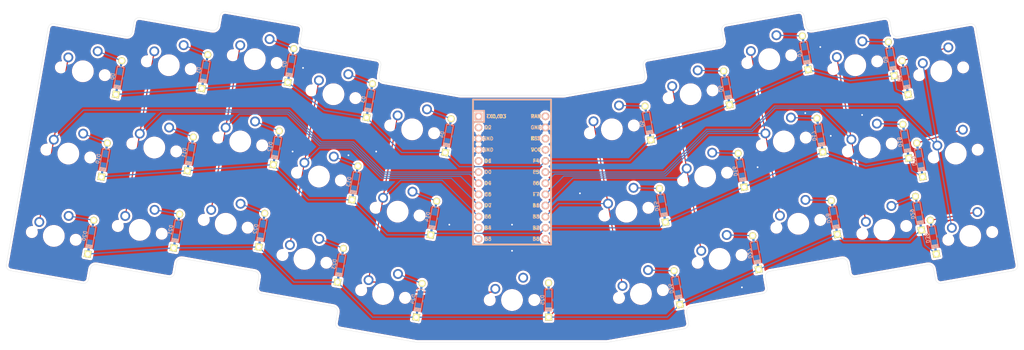
<source format=kicad_pcb>
(kicad_pcb (version 20171130) (host pcbnew "(5.1.4)-1")
  (layers (0 F.Cu signal) (31 B.Cu signal) (34 B.Paste user) (35 F.Paste user) (36 B.SilkS user) (37 F.SilkS user) (38 B.Mask user) (39 F.Mask user) (44 Edge.Cuts user))
  (net 0 "")
  (net 1 ROW0)
  (net 2 "Net-(D0-Pad2)")
  (net 3 "Net-(D1-Pad2)")
  (net 4 "Net-(D2-Pad2)")
  (net 5 "Net-(D3-Pad2)")
  (net 6 "Net-(D4-Pad2)")
  (net 7 "Net-(D5-Pad2)")
  (net 8 "Net-(D6-Pad2)")
  (net 9 "Net-(D7-Pad2)")
  (net 10 "Net-(D8-Pad2)")
  (net 11 "Net-(D9-Pad2)")
  (net 12 ROW1)
  (net 13 "Net-(D10-Pad2)")
  (net 14 "Net-(D11-Pad2)")
  (net 15 "Net-(D12-Pad2)")
  (net 16 "Net-(D13-Pad2)")
  (net 17 "Net-(D14-Pad2)")
  (net 18 "Net-(D15-Pad2)")
  (net 19 "Net-(D16-Pad2)")
  (net 20 "Net-(D17-Pad2)")
  (net 21 "Net-(D18-Pad2)")
  (net 22 "Net-(D19-Pad2)")
  (net 23 ROW2)
  (net 24 "Net-(D20-Pad2)")
  (net 25 "Net-(D21-Pad2)")
  (net 26 "Net-(D22-Pad2)")
  (net 27 "Net-(D23-Pad2)")
  (net 28 "Net-(D24-Pad2)")
  (net 29 "Net-(D25-Pad2)")
  (net 30 "Net-(D26-Pad2)")
  (net 31 "Net-(D27-Pad2)")
  (net 32 "Net-(D28-Pad2)")
  (net 33 "Net-(D29-Pad2)")
  (net 34 "Net-(D30-Pad2)")
  (net 35 COL0)
  (net 36 COL1)
  (net 37 COL2)
  (net 38 COL3)
  (net 39 COL4)
  (net 40 COL5)
  (net 41 COL6)
  (net 42 COL7)
  (net 43 COL8)
  (net 44 COL9)
  (net 45 GND)
  (module MX_Only:MXOnly-1U-NoLED (layer F.Cu) (at 247.294045 101.385906 10)
    (fp_text reference MX30)
    (fp_text value MX-NoLED)
    (pad "" np_thru_hole circle (at 5.08 0 58.0996) (size 1.75 1.75) (drill 1.75) (layers *.Cu *.Mask))
    (pad "" np_thru_hole circle (at -5.08 0 58.0996) (size 1.75 1.75) (drill 1.75) (layers *.Cu *.Mask))
    (pad 1 thru_hole circle (at -3.81 -2.54 10) (size 2.25 2.25) (drill 1.47) (layers *.Cu B.Mask) (net 44 COL9))
    (pad "" np_thru_hole circle (at 0 0 10) (size 3.9878 3.9878) (drill 3.9878) (layers *.Cu *.Mask))
    (pad 2 thru_hole circle (at 2.54 -5.08 10) (size 2.25 2.25) (drill 1.47) (layers *.Cu B.Mask) (net 34 "Net-(D30-Pad2)"))
  )
  (module MX_Only:MXOnly-1U-NoLED (layer F.Cu) (at 227.706375 100.003751 10)
    (fp_text reference MX29)
    (fp_text value MX-NoLED)
    (pad "" np_thru_hole circle (at 5.08 0 58.0996) (size 1.75 1.75) (drill 1.75) (layers *.Cu *.Mask))
    (pad "" np_thru_hole circle (at -5.08 0 58.0996) (size 1.75 1.75) (drill 1.75) (layers *.Cu *.Mask))
    (pad 1 thru_hole circle (at -3.81 -2.54 10) (size 2.25 2.25) (drill 1.47) (layers *.Cu B.Mask) (net 43 COL8))
    (pad "" np_thru_hole circle (at 0 0 10) (size 3.9878 3.9878) (drill 3.9878) (layers *.Cu *.Mask))
    (pad 2 thru_hole circle (at 2.54 -5.08 10) (size 2.25 2.25) (drill 1.47) (layers *.Cu B.Mask) (net 33 "Net-(D29-Pad2)"))
  )
  (module MX_Only:MXOnly-1U-NoLED (layer F.Cu) (at 190.185043 106.619775 10)
    (fp_text reference MX27)
    (fp_text value MX-NoLED)
    (pad "" np_thru_hole circle (at 5.08 0 58.0996) (size 1.75 1.75) (drill 1.75) (layers *.Cu *.Mask))
    (pad "" np_thru_hole circle (at -5.08 0 58.0996) (size 1.75 1.75) (drill 1.75) (layers *.Cu *.Mask))
    (pad 1 thru_hole circle (at -3.81 -2.54 10) (size 2.25 2.25) (drill 1.47) (layers *.Cu B.Mask) (net 41 COL6))
    (pad "" np_thru_hole circle (at 0 0 10) (size 3.9878 3.9878) (drill 3.9878) (layers *.Cu *.Mask))
    (pad 2 thru_hole circle (at 2.54 -5.08 10) (size 2.25 2.25) (drill 1.47) (layers *.Cu B.Mask) (net 31 "Net-(D27-Pad2)"))
  )
  (module MX_Only:MXOnly-1U-NoLED (layer F.Cu) (at 172.251379 114.617953 10)
    (fp_text reference MX26)
    (fp_text value MX-NoLED)
    (pad "" np_thru_hole circle (at 5.08 0 58.0996) (size 1.75 1.75) (drill 1.75) (layers *.Cu *.Mask))
    (pad "" np_thru_hole circle (at -5.08 0 58.0996) (size 1.75 1.75) (drill 1.75) (layers *.Cu *.Mask))
    (pad 1 thru_hole circle (at -3.81 -2.54 10) (size 2.25 2.25) (drill 1.47) (layers *.Cu B.Mask) (net 40 COL5))
    (pad "" np_thru_hole circle (at 0 0 10) (size 3.9878 3.9878) (drill 3.9878) (layers *.Cu *.Mask))
    (pad 2 thru_hole circle (at 2.54 -5.08 10) (size 2.25 2.25) (drill 1.47) (layers *.Cu B.Mask) (net 30 "Net-(D26-Pad2)"))
  )
  (module MX_Only:MXOnly-1U-NoLED (layer F.Cu) (at 208.118706 98.621596 10)
    (fp_text reference MX28)
    (fp_text value MX-NoLED)
    (pad "" np_thru_hole circle (at 5.08 0 58.0996) (size 1.75 1.75) (drill 1.75) (layers *.Cu *.Mask))
    (pad "" np_thru_hole circle (at -5.08 0 58.0996) (size 1.75 1.75) (drill 1.75) (layers *.Cu *.Mask))
    (pad 1 thru_hole circle (at -3.81 -2.54 10) (size 2.25 2.25) (drill 1.47) (layers *.Cu B.Mask) (net 42 COL7))
    (pad "" np_thru_hole circle (at 0 0 10) (size 3.9878 3.9878) (drill 3.9878) (layers *.Cu *.Mask))
    (pad 2 thru_hole circle (at 2.54 -5.08 10) (size 2.25 2.25) (drill 1.47) (layers *.Cu B.Mask) (net 32 "Net-(D28-Pad2)"))
  )
  (module MX_Only:MXOnly-1U-NoLED (layer F.Cu) (at 224.398364 81.243085 10)
    (fp_text reference MX18)
    (fp_text value MX-NoLED)
    (pad "" np_thru_hole circle (at 5.08 0 58.0996) (size 1.75 1.75) (drill 1.75) (layers *.Cu *.Mask))
    (pad "" np_thru_hole circle (at -5.08 0 58.0996) (size 1.75 1.75) (drill 1.75) (layers *.Cu *.Mask))
    (pad 1 thru_hole circle (at -3.81 -2.54 10) (size 2.25 2.25) (drill 1.47) (layers *.Cu B.Mask) (net 43 COL8))
    (pad "" np_thru_hole circle (at 0 0 10) (size 3.9878 3.9878) (drill 3.9878) (layers *.Cu *.Mask))
    (pad 2 thru_hole circle (at 2.54 -5.08 10) (size 2.25 2.25) (drill 1.47) (layers *.Cu B.Mask) (net 21 "Net-(D18-Pad2)"))
  )
  (module MX_Only:MXOnly-1U-NoLED (layer F.Cu) (at 243.986033 82.62524 10)
    (fp_text reference MX19)
    (fp_text value MX-NoLED)
    (pad "" np_thru_hole circle (at 5.08 0 58.0996) (size 1.75 1.75) (drill 1.75) (layers *.Cu *.Mask))
    (pad "" np_thru_hole circle (at -5.08 0 58.0996) (size 1.75 1.75) (drill 1.75) (layers *.Cu *.Mask))
    (pad 1 thru_hole circle (at -3.81 -2.54 10) (size 2.25 2.25) (drill 1.47) (layers *.Cu B.Mask) (net 44 COL9))
    (pad "" np_thru_hole circle (at 0 0 10) (size 3.9878 3.9878) (drill 3.9878) (layers *.Cu *.Mask))
    (pad 2 thru_hole circle (at 2.54 -5.08 10) (size 2.25 2.25) (drill 1.47) (layers *.Cu B.Mask) (net 22 "Net-(D19-Pad2)"))
  )
  (module MX_Only:MXOnly-1U-NoLED (layer F.Cu) (at 183.569019 69.098442 10)
    (fp_text reference MX6)
    (fp_text value MX-NoLED)
    (pad "" np_thru_hole circle (at 5.08 0 58.0996) (size 1.75 1.75) (drill 1.75) (layers *.Cu *.Mask))
    (pad "" np_thru_hole circle (at -5.08 0 58.0996) (size 1.75 1.75) (drill 1.75) (layers *.Cu *.Mask))
    (pad 1 thru_hole circle (at -3.81 -2.54 10) (size 2.25 2.25) (drill 1.47) (layers *.Cu B.Mask) (net 41 COL6))
    (pad "" np_thru_hole circle (at 0 0 10) (size 3.9878 3.9878) (drill 3.9878) (layers *.Cu *.Mask))
    (pad 2 thru_hole circle (at 2.54 -5.08 10) (size 2.25 2.25) (drill 1.47) (layers *.Cu B.Mask) (net 8 "Net-(D6-Pad2)"))
  )
  (module MX_Only:MXOnly-1U-NoLED (layer F.Cu) (at 186.877031 87.859108 10)
    (fp_text reference MX16)
    (fp_text value MX-NoLED)
    (pad "" np_thru_hole circle (at 5.08 0 58.0996) (size 1.75 1.75) (drill 1.75) (layers *.Cu *.Mask))
    (pad "" np_thru_hole circle (at -5.08 0 58.0996) (size 1.75 1.75) (drill 1.75) (layers *.Cu *.Mask))
    (pad 1 thru_hole circle (at -3.81 -2.54 10) (size 2.25 2.25) (drill 1.47) (layers *.Cu B.Mask) (net 41 COL6))
    (pad "" np_thru_hole circle (at 0 0 10) (size 3.9878 3.9878) (drill 3.9878) (layers *.Cu *.Mask))
    (pad 2 thru_hole circle (at 2.54 -5.08 10) (size 2.25 2.25) (drill 1.47) (layers *.Cu B.Mask) (net 19 "Net-(D16-Pad2)"))
  )
  (module MX_Only:MXOnly-1U-NoLED (layer F.Cu) (at 168.943367 95.857287 10)
    (fp_text reference MX15)
    (fp_text value MX-NoLED)
    (pad "" np_thru_hole circle (at 5.08 0 58.0996) (size 1.75 1.75) (drill 1.75) (layers *.Cu *.Mask))
    (pad "" np_thru_hole circle (at -5.08 0 58.0996) (size 1.75 1.75) (drill 1.75) (layers *.Cu *.Mask))
    (pad 1 thru_hole circle (at -3.81 -2.54 10) (size 2.25 2.25) (drill 1.47) (layers *.Cu B.Mask) (net 40 COL5))
    (pad "" np_thru_hole circle (at 0 0 10) (size 3.9878 3.9878) (drill 3.9878) (layers *.Cu *.Mask))
    (pad 2 thru_hole circle (at 2.54 -5.08 10) (size 2.25 2.25) (drill 1.47) (layers *.Cu B.Mask) (net 18 "Net-(D15-Pad2)"))
  )
  (module MX_Only:MXOnly-1U-NoLED (layer F.Cu) (at 204.810694 79.86093 10)
    (fp_text reference MX17)
    (fp_text value MX-NoLED)
    (pad "" np_thru_hole circle (at 5.08 0 58.0996) (size 1.75 1.75) (drill 1.75) (layers *.Cu *.Mask))
    (pad "" np_thru_hole circle (at -5.08 0 58.0996) (size 1.75 1.75) (drill 1.75) (layers *.Cu *.Mask))
    (pad 1 thru_hole circle (at -3.81 -2.54 10) (size 2.25 2.25) (drill 1.47) (layers *.Cu B.Mask) (net 42 COL7))
    (pad "" np_thru_hole circle (at 0 0 10) (size 3.9878 3.9878) (drill 3.9878) (layers *.Cu *.Mask))
    (pad 2 thru_hole circle (at 2.54 -5.08 10) (size 2.25 2.25) (drill 1.47) (layers *.Cu B.Mask) (net 20 "Net-(D17-Pad2)"))
  )
  (module MX_Only:MXOnly-1U-NoLED (layer F.Cu) (at 240.678022 63.864573 10)
    (fp_text reference MX9)
    (fp_text value MX-NoLED)
    (pad "" np_thru_hole circle (at 5.08 0 58.0996) (size 1.75 1.75) (drill 1.75) (layers *.Cu *.Mask))
    (pad "" np_thru_hole circle (at -5.08 0 58.0996) (size 1.75 1.75) (drill 1.75) (layers *.Cu *.Mask))
    (pad 1 thru_hole circle (at -3.81 -2.54 10) (size 2.25 2.25) (drill 1.47) (layers *.Cu B.Mask) (net 44 COL9))
    (pad "" np_thru_hole circle (at 0 0 10) (size 3.9878 3.9878) (drill 3.9878) (layers *.Cu *.Mask))
    (pad 2 thru_hole circle (at 2.54 -5.08 10) (size 2.25 2.25) (drill 1.47) (layers *.Cu B.Mask) (net 11 "Net-(D9-Pad2)"))
  )
  (module MX_Only:MXOnly-1U-NoLED (layer F.Cu) (at 201.502683 61.100264 10)
    (fp_text reference MX7)
    (fp_text value MX-NoLED)
    (pad "" np_thru_hole circle (at 5.08 0 58.0996) (size 1.75 1.75) (drill 1.75) (layers *.Cu *.Mask))
    (pad "" np_thru_hole circle (at -5.08 0 58.0996) (size 1.75 1.75) (drill 1.75) (layers *.Cu *.Mask))
    (pad 1 thru_hole circle (at -3.81 -2.54 10) (size 2.25 2.25) (drill 1.47) (layers *.Cu B.Mask) (net 42 COL7))
    (pad "" np_thru_hole circle (at 0 0 10) (size 3.9878 3.9878) (drill 3.9878) (layers *.Cu *.Mask))
    (pad 2 thru_hole circle (at 2.54 -5.08 10) (size 2.25 2.25) (drill 1.47) (layers *.Cu B.Mask) (net 9 "Net-(D7-Pad2)"))
  )
  (module MX_Only:MXOnly-1U-NoLED (layer F.Cu) (at 221.090352 62.482418 10)
    (fp_text reference MX8)
    (fp_text value MX-NoLED)
    (pad "" np_thru_hole circle (at 5.08 0 58.0996) (size 1.75 1.75) (drill 1.75) (layers *.Cu *.Mask))
    (pad "" np_thru_hole circle (at -5.08 0 58.0996) (size 1.75 1.75) (drill 1.75) (layers *.Cu *.Mask))
    (pad 1 thru_hole circle (at -3.81 -2.54 10) (size 2.25 2.25) (drill 1.47) (layers *.Cu B.Mask) (net 43 COL8))
    (pad "" np_thru_hole circle (at 0 0 10) (size 3.9878 3.9878) (drill 3.9878) (layers *.Cu *.Mask))
    (pad 2 thru_hole circle (at 2.54 -5.08 10) (size 2.25 2.25) (drill 1.47) (layers *.Cu B.Mask) (net 10 "Net-(D8-Pad2)"))
  )
  (module MX_Only:MXOnly-1U-NoLED (layer F.Cu) (at 165.635356 77.09662 10)
    (fp_text reference MX5)
    (fp_text value MX-NoLED)
    (pad "" np_thru_hole circle (at 5.08 0 58.0996) (size 1.75 1.75) (drill 1.75) (layers *.Cu *.Mask))
    (pad "" np_thru_hole circle (at -5.08 0 58.0996) (size 1.75 1.75) (drill 1.75) (layers *.Cu *.Mask))
    (pad 1 thru_hole circle (at -3.81 -2.54 10) (size 2.25 2.25) (drill 1.47) (layers *.Cu B.Mask) (net 40 COL5))
    (pad "" np_thru_hole circle (at 0 0 10) (size 3.9878 3.9878) (drill 3.9878) (layers *.Cu *.Mask))
    (pad 2 thru_hole circle (at 2.54 -5.08 10) (size 2.25 2.25) (drill 1.47) (layers *.Cu B.Mask) (net 7 "Net-(D5-Pad2)"))
  )
  (module Keebio-Parts:Diode-Hybrid-Back (layer F.Cu) (at 238.879503 101.66062 280)
    (fp_text reference D30 (at -0.0254 1.4 100) (layer B.SilkS) (effects (font (size 0.8 0.8)) (justify mirror)))
    (fp_text value D_Small hide)
    (pad 2 smd rect (at -2.5 0 280) (size 2.9 0.5) (layers B.Cu) (net 34 "Net-(D30-Pad2)"))
    (pad 2 smd rect (at -1.4 0 280) (size 1.6 1.2) (layers B.Cu B.Paste B.Mask) (net 34 "Net-(D30-Pad2)"))
    (pad 1 smd rect (at 1.4 0 280) (size 1.6 1.2) (layers B.Cu B.Paste B.Mask) (net 23 ROW2))
    (pad 1 smd rect (at 2.5 0 280) (size 2.9 0.5) (layers B.Cu) (net 23 ROW2))
    (pad 2 thru_hole circle (at -3.9 0 280) (size 1.6 1.6) (drill 1) (layers *.Cu *.Mask F.SilkS) (net 34 "Net-(D30-Pad2)"))
    (pad 1 thru_hole rect (at 3.9 0 280) (size 1.6 1.6) (drill 1) (layers *.Cu *.Mask F.SilkS) (net 23 ROW2))
  )
  (module Keebio-Parts:Diode-Hybrid-Back (layer F.Cu) (at 195.084822 86.411853 280)
    (fp_text reference D16 (at -0.0254 1.4 100) (layer B.SilkS) (effects (font (size 0.8 0.8)) (justify mirror)))
    (fp_text value D_Small hide)
    (pad 2 smd rect (at -2.5 0 280) (size 2.9 0.5) (layers B.Cu) (net 19 "Net-(D16-Pad2)"))
    (pad 2 smd rect (at -1.4 0 280) (size 1.6 1.2) (layers B.Cu B.Paste B.Mask) (net 19 "Net-(D16-Pad2)"))
    (pad 1 smd rect (at 1.4 0 280) (size 1.6 1.2) (layers B.Cu B.Paste B.Mask) (net 12 ROW1))
    (pad 1 smd rect (at 2.5 0 280) (size 2.9 0.5) (layers B.Cu) (net 12 ROW1))
    (pad 2 thru_hole circle (at -3.9 0 280) (size 1.6 1.6) (drill 1) (layers *.Cu *.Mask F.SilkS) (net 19 "Net-(D16-Pad2)"))
    (pad 1 thru_hole rect (at 3.9 0 280) (size 1.6 1.6) (drill 1) (layers *.Cu *.Mask F.SilkS) (net 12 ROW1))
  )
  (module Keebio-Parts:Diode-Hybrid-Back (layer F.Cu) (at 180.459171 113.170698 280)
    (fp_text reference D26 (at -0.0254 1.4 100) (layer B.SilkS) (effects (font (size 0.8 0.8)) (justify mirror)))
    (fp_text value D_Small hide)
    (pad 2 smd rect (at -2.5 0 280) (size 2.9 0.5) (layers B.Cu) (net 30 "Net-(D26-Pad2)"))
    (pad 2 smd rect (at -1.4 0 280) (size 1.6 1.2) (layers B.Cu B.Paste B.Mask) (net 30 "Net-(D26-Pad2)"))
    (pad 1 smd rect (at 1.4 0 280) (size 1.6 1.2) (layers B.Cu B.Paste B.Mask) (net 23 ROW2))
    (pad 1 smd rect (at 2.5 0 280) (size 2.9 0.5) (layers B.Cu) (net 23 ROW2))
    (pad 2 thru_hole circle (at -3.9 0 280) (size 1.6 1.6) (drill 1) (layers *.Cu *.Mask F.SilkS) (net 30 "Net-(D26-Pad2)"))
    (pad 1 thru_hole rect (at 3.9 0 280) (size 1.6 1.6) (drill 1) (layers *.Cu *.Mask F.SilkS) (net 23 ROW2))
  )
  (module Keebio-Parts:Diode-Hybrid-Back (layer F.Cu) (at 232.606155 79.79583 280)
    (fp_text reference D18 (at -0.0254 1.4 100) (layer B.SilkS) (effects (font (size 0.8 0.8)) (justify mirror)))
    (fp_text value D_Small hide)
    (pad 2 smd rect (at -2.5 0 280) (size 2.9 0.5) (layers B.Cu) (net 21 "Net-(D18-Pad2)"))
    (pad 2 smd rect (at -1.4 0 280) (size 1.6 1.2) (layers B.Cu B.Paste B.Mask) (net 21 "Net-(D18-Pad2)"))
    (pad 1 smd rect (at 1.4 0 280) (size 1.6 1.2) (layers B.Cu B.Paste B.Mask) (net 12 ROW1))
    (pad 1 smd rect (at 2.5 0 280) (size 2.9 0.5) (layers B.Cu) (net 12 ROW1))
    (pad 2 thru_hole circle (at -3.9 0 280) (size 1.6 1.6) (drill 1) (layers *.Cu *.Mask F.SilkS) (net 21 "Net-(D18-Pad2)"))
    (pad 1 thru_hole rect (at 3.9 0 280) (size 1.6 1.6) (drill 1) (layers *.Cu *.Mask F.SilkS) (net 12 ROW1))
  )
  (module Keebio-Parts:Diode-Hybrid-Back (layer F.Cu) (at 216.326498 97.174341 280)
    (fp_text reference D28 (at -0.0254 1.4 100) (layer B.SilkS) (effects (font (size 0.8 0.8)) (justify mirror)))
    (fp_text value D_Small hide)
    (pad 2 smd rect (at -2.5 0 280) (size 2.9 0.5) (layers B.Cu) (net 32 "Net-(D28-Pad2)"))
    (pad 2 smd rect (at -1.4 0 280) (size 1.6 1.2) (layers B.Cu B.Paste B.Mask) (net 32 "Net-(D28-Pad2)"))
    (pad 1 smd rect (at 1.4 0 280) (size 1.6 1.2) (layers B.Cu B.Paste B.Mask) (net 23 ROW2))
    (pad 1 smd rect (at 2.5 0 280) (size 2.9 0.5) (layers B.Cu) (net 23 ROW2))
    (pad 2 thru_hole circle (at -3.9 0 280) (size 1.6 1.6) (drill 1) (layers *.Cu *.Mask F.SilkS) (net 32 "Net-(D28-Pad2)"))
    (pad 1 thru_hole rect (at 3.9 0 280) (size 1.6 1.6) (drill 1) (layers *.Cu *.Mask F.SilkS) (net 23 ROW2))
  )
  (module Keebio-Parts:Diode-Hybrid-Back (layer F.Cu) (at 235.778242 84.072495 280)
    (fp_text reference D19 (at -0.0254 1.4 100) (layer B.SilkS) (effects (font (size 0.8 0.8)) (justify mirror)))
    (fp_text value D_Small hide)
    (pad 2 smd rect (at -2.5 0 280) (size 2.9 0.5) (layers B.Cu) (net 22 "Net-(D19-Pad2)"))
    (pad 2 smd rect (at -1.4 0 280) (size 1.6 1.2) (layers B.Cu B.Paste B.Mask) (net 22 "Net-(D19-Pad2)"))
    (pad 1 smd rect (at 1.4 0 280) (size 1.6 1.2) (layers B.Cu B.Paste B.Mask) (net 12 ROW1))
    (pad 1 smd rect (at 2.5 0 280) (size 2.9 0.5) (layers B.Cu) (net 12 ROW1))
    (pad 2 thru_hole circle (at -3.9 0 280) (size 1.6 1.6) (drill 1) (layers *.Cu *.Mask F.SilkS) (net 22 "Net-(D19-Pad2)"))
    (pad 1 thru_hole rect (at 3.9 0 280) (size 1.6 1.6) (drill 1) (layers *.Cu *.Mask F.SilkS) (net 12 ROW1))
  )
  (module Keebio-Parts:Diode-Hybrid-Back (layer F.Cu) (at 213.018486 78.413675 280)
    (fp_text reference D17 (at -0.0254 1.4 100) (layer B.SilkS) (effects (font (size 0.8 0.8)) (justify mirror)))
    (fp_text value D_Small hide)
    (pad 2 smd rect (at -2.5 0 280) (size 2.9 0.5) (layers B.Cu) (net 20 "Net-(D17-Pad2)"))
    (pad 2 smd rect (at -1.4 0 280) (size 1.6 1.2) (layers B.Cu B.Paste B.Mask) (net 20 "Net-(D17-Pad2)"))
    (pad 1 smd rect (at 1.4 0 280) (size 1.6 1.2) (layers B.Cu B.Paste B.Mask) (net 12 ROW1))
    (pad 1 smd rect (at 2.5 0 280) (size 2.9 0.5) (layers B.Cu) (net 12 ROW1))
    (pad 2 thru_hole circle (at -3.9 0 280) (size 1.6 1.6) (drill 1) (layers *.Cu *.Mask F.SilkS) (net 20 "Net-(D17-Pad2)"))
    (pad 1 thru_hole rect (at 3.9 0 280) (size 1.6 1.6) (drill 1) (layers *.Cu *.Mask F.SilkS) (net 12 ROW1))
  )
  (module Keebio-Parts:Diode-Hybrid-Back (layer F.Cu) (at 235.500666 96.211413 280)
    (fp_text reference D29 (at -0.0254 1.4 100) (layer B.SilkS) (effects (font (size 0.8 0.8)) (justify mirror)))
    (fp_text value D_Small hide)
    (pad 2 smd rect (at -2.5 0 280) (size 2.9 0.5) (layers B.Cu) (net 33 "Net-(D29-Pad2)"))
    (pad 2 smd rect (at -1.4 0 280) (size 1.6 1.2) (layers B.Cu B.Paste B.Mask) (net 33 "Net-(D29-Pad2)"))
    (pad 1 smd rect (at 1.4 0 280) (size 1.6 1.2) (layers B.Cu B.Paste B.Mask) (net 23 ROW2))
    (pad 1 smd rect (at 2.5 0 280) (size 2.9 0.5) (layers B.Cu) (net 23 ROW2))
    (pad 2 thru_hole circle (at -3.9 0 280) (size 1.6 1.6) (drill 1) (layers *.Cu *.Mask F.SilkS) (net 33 "Net-(D29-Pad2)"))
    (pad 1 thru_hole rect (at 3.9 0 280) (size 1.6 1.6) (drill 1) (layers *.Cu *.Mask F.SilkS) (net 23 ROW2))
  )
  (module Keebio-Parts:Diode-Hybrid-Back (layer F.Cu) (at 198.392834 105.17252 280)
    (fp_text reference D27 (at -0.0254 1.4 100) (layer B.SilkS) (effects (font (size 0.8 0.8)) (justify mirror)))
    (fp_text value D_Small hide)
    (pad 2 smd rect (at -2.5 0 280) (size 2.9 0.5) (layers B.Cu) (net 31 "Net-(D27-Pad2)"))
    (pad 2 smd rect (at -1.4 0 280) (size 1.6 1.2) (layers B.Cu B.Paste B.Mask) (net 31 "Net-(D27-Pad2)"))
    (pad 1 smd rect (at 1.4 0 280) (size 1.6 1.2) (layers B.Cu B.Paste B.Mask) (net 23 ROW2))
    (pad 1 smd rect (at 2.5 0 280) (size 2.9 0.5) (layers B.Cu) (net 23 ROW2))
    (pad 2 thru_hole circle (at -3.9 0 280) (size 1.6 1.6) (drill 1) (layers *.Cu *.Mask F.SilkS) (net 31 "Net-(D27-Pad2)"))
    (pad 1 thru_hole rect (at 3.9 0 280) (size 1.6 1.6) (drill 1) (layers *.Cu *.Mask F.SilkS) (net 23 ROW2))
  )
  (module Keebio-Parts:Diode-Hybrid-Back (layer F.Cu) (at 191.776811 67.651187 280)
    (fp_text reference D6 (at -0.0254 1.4 100) (layer B.SilkS) (effects (font (size 0.8 0.8)) (justify mirror)))
    (fp_text value D_Small hide)
    (pad 2 smd rect (at -2.5 0 280) (size 2.9 0.5) (layers B.Cu) (net 8 "Net-(D6-Pad2)"))
    (pad 2 smd rect (at -1.4 0 280) (size 1.6 1.2) (layers B.Cu B.Paste B.Mask) (net 8 "Net-(D6-Pad2)"))
    (pad 1 smd rect (at 1.4 0 280) (size 1.6 1.2) (layers B.Cu B.Paste B.Mask) (net 1 ROW0))
    (pad 1 smd rect (at 2.5 0 280) (size 2.9 0.5) (layers B.Cu) (net 1 ROW0))
    (pad 2 thru_hole circle (at -3.9 0 280) (size 1.6 1.6) (drill 1) (layers *.Cu *.Mask F.SilkS) (net 8 "Net-(D6-Pad2)"))
    (pad 1 thru_hole rect (at 3.9 0 280) (size 1.6 1.6) (drill 1) (layers *.Cu *.Mask F.SilkS) (net 1 ROW0))
  )
  (module Keebio-Parts:Diode-Hybrid-Back (layer F.Cu) (at 173.843147 75.649365 280)
    (fp_text reference D5 (at -0.0254 1.4 100) (layer B.SilkS) (effects (font (size 0.8 0.8)) (justify mirror)))
    (fp_text value D_Small hide)
    (pad 2 smd rect (at -2.5 0 280) (size 2.9 0.5) (layers B.Cu) (net 7 "Net-(D5-Pad2)"))
    (pad 2 smd rect (at -1.4 0 280) (size 1.6 1.2) (layers B.Cu B.Paste B.Mask) (net 7 "Net-(D5-Pad2)"))
    (pad 1 smd rect (at 1.4 0 280) (size 1.6 1.2) (layers B.Cu B.Paste B.Mask) (net 1 ROW0))
    (pad 1 smd rect (at 2.5 0 280) (size 2.9 0.5) (layers B.Cu) (net 1 ROW0))
    (pad 2 thru_hole circle (at -3.9 0 280) (size 1.6 1.6) (drill 1) (layers *.Cu *.Mask F.SilkS) (net 7 "Net-(D5-Pad2)"))
    (pad 1 thru_hole rect (at 3.9 0 280) (size 1.6 1.6) (drill 1) (layers *.Cu *.Mask F.SilkS) (net 1 ROW0))
  )
  (module Keebio-Parts:Diode-Hybrid-Back (layer F.Cu) (at 177.151159 94.410031 280)
    (fp_text reference D15 (at -0.0254 1.4 100) (layer B.SilkS) (effects (font (size 0.8 0.8)) (justify mirror)))
    (fp_text value D_Small hide)
    (pad 2 smd rect (at -2.5 0 280) (size 2.9 0.5) (layers B.Cu) (net 18 "Net-(D15-Pad2)"))
    (pad 2 smd rect (at -1.4 0 280) (size 1.6 1.2) (layers B.Cu B.Paste B.Mask) (net 18 "Net-(D15-Pad2)"))
    (pad 1 smd rect (at 1.4 0 280) (size 1.6 1.2) (layers B.Cu B.Paste B.Mask) (net 12 ROW1))
    (pad 1 smd rect (at 2.5 0 280) (size 2.9 0.5) (layers B.Cu) (net 12 ROW1))
    (pad 2 thru_hole circle (at -3.9 0 280) (size 1.6 1.6) (drill 1) (layers *.Cu *.Mask F.SilkS) (net 18 "Net-(D15-Pad2)"))
    (pad 1 thru_hole rect (at 3.9 0 280) (size 1.6 1.6) (drill 1) (layers *.Cu *.Mask F.SilkS) (net 12 ROW1))
  )
  (module Keebio-Parts:Diode-Hybrid-Back (layer F.Cu) (at 229.298144 61.035163 280)
    (fp_text reference D8 (at -0.0254 1.4 100) (layer B.SilkS) (effects (font (size 0.8 0.8)) (justify mirror)))
    (fp_text value D_Small hide)
    (pad 2 smd rect (at -2.5 0 280) (size 2.9 0.5) (layers B.Cu) (net 10 "Net-(D8-Pad2)"))
    (pad 2 smd rect (at -1.4 0 280) (size 1.6 1.2) (layers B.Cu B.Paste B.Mask) (net 10 "Net-(D8-Pad2)"))
    (pad 1 smd rect (at 1.4 0 280) (size 1.6 1.2) (layers B.Cu B.Paste B.Mask) (net 1 ROW0))
    (pad 1 smd rect (at 2.5 0 280) (size 2.9 0.5) (layers B.Cu) (net 1 ROW0))
    (pad 2 thru_hole circle (at -3.9 0 280) (size 1.6 1.6) (drill 1) (layers *.Cu *.Mask F.SilkS) (net 10 "Net-(D8-Pad2)"))
    (pad 1 thru_hole rect (at 3.9 0 280) (size 1.6 1.6) (drill 1) (layers *.Cu *.Mask F.SilkS) (net 1 ROW0))
  )
  (module Keebio-Parts:Diode-Hybrid-Back (layer F.Cu) (at 232.47023 65.311829 280)
    (fp_text reference D9 (at -0.0254 1.4 100) (layer B.SilkS) (effects (font (size 0.8 0.8)) (justify mirror)))
    (fp_text value D_Small hide)
    (pad 2 smd rect (at -2.5 0 280) (size 2.9 0.5) (layers B.Cu) (net 11 "Net-(D9-Pad2)"))
    (pad 2 smd rect (at -1.4 0 280) (size 1.6 1.2) (layers B.Cu B.Paste B.Mask) (net 11 "Net-(D9-Pad2)"))
    (pad 1 smd rect (at 1.4 0 280) (size 1.6 1.2) (layers B.Cu B.Paste B.Mask) (net 1 ROW0))
    (pad 1 smd rect (at 2.5 0 280) (size 2.9 0.5) (layers B.Cu) (net 1 ROW0))
    (pad 2 thru_hole circle (at -3.9 0 280) (size 1.6 1.6) (drill 1) (layers *.Cu *.Mask F.SilkS) (net 11 "Net-(D9-Pad2)"))
    (pad 1 thru_hole rect (at 3.9 0 280) (size 1.6 1.6) (drill 1) (layers *.Cu *.Mask F.SilkS) (net 1 ROW0))
  )
  (module Keebio-Parts:Diode-Hybrid-Back (layer F.Cu) (at 209.710474 59.653008 280)
    (fp_text reference D7 (at -0.0254 1.4 100) (layer B.SilkS) (effects (font (size 0.8 0.8)) (justify mirror)))
    (fp_text value D_Small hide)
    (pad 2 smd rect (at -2.5 0 280) (size 2.9 0.5) (layers B.Cu) (net 9 "Net-(D7-Pad2)"))
    (pad 2 smd rect (at -1.4 0 280) (size 1.6 1.2) (layers B.Cu B.Paste B.Mask) (net 9 "Net-(D7-Pad2)"))
    (pad 1 smd rect (at 1.4 0 280) (size 1.6 1.2) (layers B.Cu B.Paste B.Mask) (net 1 ROW0))
    (pad 1 smd rect (at 2.5 0 280) (size 2.9 0.5) (layers B.Cu) (net 1 ROW0))
    (pad 2 thru_hole circle (at -3.9 0 280) (size 1.6 1.6) (drill 1) (layers *.Cu *.Mask F.SilkS) (net 9 "Net-(D7-Pad2)"))
    (pad 1 thru_hole rect (at 3.9 0 280) (size 1.6 1.6) (drill 1) (layers *.Cu *.Mask F.SilkS) (net 1 ROW0))
  )
  (module MX_Only:MXOnly-1U-NoLED (layer F.Cu) (at 116.807833 95.857288 350)
    (fp_text reference MX14)
    (fp_text value MX-NoLED)
    (pad 2 thru_hole circle (at 2.54 -5.08 350) (size 2.25 2.25) (drill 1.47) (layers *.Cu B.Mask) (net 17 "Net-(D14-Pad2)"))
    (pad "" np_thru_hole circle (at 0 0 350) (size 3.9878 3.9878) (drill 3.9878) (layers *.Cu *.Mask))
    (pad 1 thru_hole circle (at -3.81 -2.54 350) (size 2.25 2.25) (drill 1.47) (layers *.Cu B.Mask) (net 39 COL4))
    (pad "" np_thru_hole circle (at -5.08 0 38.0996) (size 1.75 1.75) (drill 1.75) (layers *.Cu *.Mask))
    (pad "" np_thru_hole circle (at 5.08 0 38.0996) (size 1.75 1.75) (drill 1.75) (layers *.Cu *.Mask))
  )
  (module Keebio-Parts:ArduinoProMicro (layer F.Cu) (at 142.8756 88.10662 270)
    (fp_text reference U0 hide)
    (fp_text value ProMicro hide)
    (fp_text user ST (at -8.91 -5.04) (layer B.SilkS) (effects (font (size 0.8 0.8)) (justify mirror)))
    (fp_text user TX0/D3 (at -13.97 3.571872) (layer F.SilkS) (effects (font (size 0.8 0.8))))
    (fp_text user TX0/D3 (at -13.97 3.571872) (layer B.SilkS) (effects (font (size 0.8 0.8)) (justify mirror)))
    (fp_text user D2 (at -11.43 5.461) (layer F.SilkS) (effects (font (size 0.8 0.8))))
    (fp_text user D0 (at -1.27 5.461) (layer F.SilkS) (effects (font (size 0.8 0.8))))
    (fp_text user D1 (at -3.81 5.461) (layer F.SilkS) (effects (font (size 0.8 0.8))))
    (fp_text user GND (at -6.35 5.461) (layer F.SilkS) (effects (font (size 0.8 0.8))))
    (fp_text user GND (at -8.89 5.461) (layer F.SilkS) (effects (font (size 0.8 0.8))))
    (fp_text user D4 (at 1.27 5.461) (layer F.SilkS) (effects (font (size 0.8 0.8))))
    (fp_text user C6 (at 3.81 5.461) (layer F.SilkS) (effects (font (size 0.8 0.8))))
    (fp_text user D7 (at 6.35 5.461) (layer F.SilkS) (effects (font (size 0.8 0.8))))
    (fp_text user E6 (at 8.89 5.461) (layer F.SilkS) (effects (font (size 0.8 0.8))))
    (fp_text user B4 (at 11.43 5.461) (layer F.SilkS) (effects (font (size 0.8 0.8))))
    (fp_text user B5 (at 13.97 5.461) (layer F.SilkS) (effects (font (size 0.8 0.8))))
    (fp_text user B6 (at 13.97 -5.461) (layer F.SilkS) (effects (font (size 0.8 0.8))))
    (fp_text user B2 (at 11.43 -5.461) (layer B.SilkS) (effects (font (size 0.8 0.8)) (justify mirror)))
    (fp_text user B3 (at 8.89 -5.461) (layer F.SilkS) (effects (font (size 0.8 0.8))))
    (fp_text user B1 (at 6.35 -5.461) (layer F.SilkS) (effects (font (size 0.8 0.8))))
    (fp_text user F7 (at 3.81 -5.461) (layer B.SilkS) (effects (font (size 0.8 0.8)) (justify mirror)))
    (fp_text user F6 (at 1.27 -5.461) (layer B.SilkS) (effects (font (size 0.8 0.8)) (justify mirror)))
    (fp_text user F5 (at -1.27 -5.461) (layer B.SilkS) (effects (font (size 0.8 0.8)) (justify mirror)))
    (fp_text user F4 (at -3.81 -5.461) (layer F.SilkS) (effects (font (size 0.8 0.8))))
    (fp_text user VCC (at -6.35 -5.461) (layer F.SilkS) (effects (font (size 0.8 0.8))))
    (fp_text user ST (at -8.92 -5.73312) (layer F.SilkS) (effects (font (size 0.8 0.8))))
    (fp_text user GND (at -11.43 -5.461) (layer F.SilkS) (effects (font (size 0.8 0.8))))
    (fp_text user RAW (at -13.97 -5.461) (layer F.SilkS) (effects (font (size 0.8 0.8))))
    (fp_text user RAW (at -13.97 -5.461) (layer B.SilkS) (effects (font (size 0.8 0.8)) (justify mirror)))
    (fp_text user GND (at -11.43 -5.461) (layer B.SilkS) (effects (font (size 0.8 0.8)) (justify mirror)))
    (fp_text user VCC (at -6.35 -5.461) (layer B.SilkS) (effects (font (size 0.8 0.8)) (justify mirror)))
    (fp_text user F4 (at -3.81 -5.461) (layer B.SilkS) (effects (font (size 0.8 0.8)) (justify mirror)))
    (fp_text user F5 (at -1.27 -5.461) (layer F.SilkS) (effects (font (size 0.8 0.8))))
    (fp_text user F6 (at 1.27 -5.461) (layer F.SilkS) (effects (font (size 0.8 0.8))))
    (fp_text user F7 (at 3.81 -5.461) (layer F.SilkS) (effects (font (size 0.8 0.8))))
    (fp_text user B1 (at 6.35 -5.461) (layer B.SilkS) (effects (font (size 0.8 0.8)) (justify mirror)))
    (fp_text user B3 (at 8.89 -5.461) (layer B.SilkS) (effects (font (size 0.8 0.8)) (justify mirror)))
    (fp_text user B2 (at 11.43 -5.461) (layer F.SilkS) (effects (font (size 0.8 0.8))))
    (fp_text user B6 (at 13.97 -5.461) (layer B.SilkS) (effects (font (size 0.8 0.8)) (justify mirror)))
    (fp_text user B5 (at 13.97 5.461) (layer B.SilkS) (effects (font (size 0.8 0.8)) (justify mirror)))
    (fp_text user B4 (at 11.43 5.461) (layer B.SilkS) (effects (font (size 0.8 0.8)) (justify mirror)))
    (fp_text user E6 (at 8.89 5.461) (layer B.SilkS) (effects (font (size 0.8 0.8)) (justify mirror)))
    (fp_text user D7 (at 6.35 5.461) (layer B.SilkS) (effects (font (size 0.8 0.8)) (justify mirror)))
    (fp_text user C6 (at 3.81 5.461) (layer B.SilkS) (effects (font (size 0.8 0.8)) (justify mirror)))
    (fp_text user D4 (at 1.27 5.461) (layer B.SilkS) (effects (font (size 0.8 0.8)) (justify mirror)))
    (fp_text user GND (at -8.89 5.461) (layer B.SilkS) (effects (font (size 0.8 0.8)) (justify mirror)))
    (fp_text user GND (at -6.35 5.461) (layer B.SilkS) (effects (font (size 0.8 0.8)) (justify mirror)))
    (fp_text user D1 (at -3.81 5.461) (layer B.SilkS) (effects (font (size 0.8 0.8)) (justify mirror)))
    (fp_text user D0 (at -1.27 5.461) (layer B.SilkS) (effects (font (size 0.8 0.8)) (justify mirror)))
    (fp_text user D2 (at -11.43 5.461) (layer B.SilkS) (effects (font (size 0.8 0.8)) (justify mirror)))
    (pad 24 thru_hole circle (at -13.97 -7.62 270) (size 1.7526 1.7526) (drill 1.0922) (layers *.Cu *.SilkS *.Mask))
    (pad 12 thru_hole circle (at 13.97 7.62 270) (size 1.7526 1.7526) (drill 1.0922) (layers *.Cu *.SilkS *.Mask))
    (pad 23 thru_hole circle (at -11.43 -7.62 270) (size 1.7526 1.7526) (drill 1.0922) (layers *.Cu *.SilkS *.Mask) (net 45 GND))
    (pad 22 thru_hole circle (at -8.89 -7.62 270) (size 1.7526 1.7526) (drill 1.0922) (layers *.Cu *.SilkS *.Mask))
    (pad 21 thru_hole circle (at -6.35 -7.62 270) (size 1.7526 1.7526) (drill 1.0922) (layers *.Cu *.SilkS *.Mask))
    (pad 20 thru_hole circle (at -3.81 -7.62 270) (size 1.7526 1.7526) (drill 1.0922) (layers *.Cu *.SilkS *.Mask) (net 1 ROW0))
    (pad 19 thru_hole circle (at -1.27 -7.62 270) (size 1.7526 1.7526) (drill 1.0922) (layers *.Cu *.SilkS *.Mask) (net 44 COL9))
    (pad 18 thru_hole circle (at 1.27 -7.62 270) (size 1.7526 1.7526) (drill 1.0922) (layers *.Cu *.SilkS *.Mask) (net 43 COL8))
    (pad 17 thru_hole circle (at 3.81 -7.62 270) (size 1.7526 1.7526) (drill 1.0922) (layers *.Cu *.SilkS *.Mask) (net 42 COL7))
    (pad 16 thru_hole circle (at 6.35 -7.62 270) (size 1.7526 1.7526) (drill 1.0922) (layers *.Cu *.SilkS *.Mask) (net 41 COL6))
    (pad 15 thru_hole circle (at 8.89 -7.62 270) (size 1.7526 1.7526) (drill 1.0922) (layers *.Cu *.SilkS *.Mask) (net 40 COL5))
    (pad 14 thru_hole circle (at 11.43 -7.62 270) (size 1.7526 1.7526) (drill 1.0922) (layers *.Cu *.SilkS *.Mask) (net 12 ROW1))
    (pad 13 thru_hole circle (at 13.97 -7.62 270) (size 1.7526 1.7526) (drill 1.0922) (layers *.Cu *.SilkS *.Mask) (net 23 ROW2))
    (pad 11 thru_hole circle (at 11.43 7.62 270) (size 1.7526 1.7526) (drill 1.0922) (layers *.Cu *.SilkS *.Mask))
    (pad 10 thru_hole circle (at 8.89 7.62 270) (size 1.7526 1.7526) (drill 1.0922) (layers *.Cu *.SilkS *.Mask) (net 39 COL4))
    (pad 9 thru_hole circle (at 6.35 7.62 270) (size 1.7526 1.7526) (drill 1.0922) (layers *.Cu *.SilkS *.Mask) (net 38 COL3))
    (pad 8 thru_hole circle (at 3.81 7.62 270) (size 1.7526 1.7526) (drill 1.0922) (layers *.Cu *.SilkS *.Mask) (net 37 COL2))
    (pad 7 thru_hole circle (at 1.27 7.62 270) (size 1.7526 1.7526) (drill 1.0922) (layers *.Cu *.SilkS *.Mask) (net 36 COL1))
    (pad 6 thru_hole circle (at -1.27 7.62 270) (size 1.7526 1.7526) (drill 1.0922) (layers *.Cu *.SilkS *.Mask) (net 35 COL0))
    (pad 5 thru_hole circle (at -3.81 7.62 270) (size 1.7526 1.7526) (drill 1.0922) (layers *.Cu *.SilkS *.Mask))
    (pad 4 thru_hole circle (at -6.35 7.62 270) (size 1.7526 1.7526) (drill 1.0922) (layers *.Cu *.SilkS *.Mask) (net 45 GND))
    (pad 3 thru_hole circle (at -8.89 7.62 270) (size 1.7526 1.7526) (drill 1.0922) (layers *.Cu *.SilkS *.Mask) (net 45 GND))
    (pad 2 thru_hole circle (at -11.43 7.62 270) (size 1.7526 1.7526) (drill 1.0922) (layers *.Cu *.SilkS *.Mask))
    (pad 1 thru_hole rect (at -13.97 7.62 270) (size 1.7526 1.7526) (drill 1.0922) (layers *.Cu *.SilkS *.Mask))
  )
  (module MX_Only:MXOnly-1.25U-NoLED (layer F.Cu) (at 142.8756 115.99111)
    (fp_text reference MX25)
    (fp_text value MX-NoLED)
    (pad 2 thru_hole circle (at 2.54 -5.08) (size 2.25 2.25) (drill 1.47) (layers *.Cu B.Mask) (net 29 "Net-(D25-Pad2)"))
    (pad "" np_thru_hole circle (at 0 0) (size 3.9878 3.9878) (drill 3.9878) (layers *.Cu *.Mask))
    (pad 1 thru_hole circle (at -3.81 -2.54) (size 2.25 2.25) (drill 1.47) (layers *.Cu B.Mask) (net 39 COL4))
    (pad "" np_thru_hole circle (at -5.08 0 48.0996) (size 1.75 1.75) (drill 1.75) (layers *.Cu *.Mask))
    (pad "" np_thru_hole circle (at 5.08 0 48.0996) (size 1.75 1.75) (drill 1.75) (layers *.Cu *.Mask))
  )
  (module MX_Only:MXOnly-1U-NoLED (layer F.Cu) (at 113.499821 114.617953 350)
    (fp_text reference MX24)
    (fp_text value MX-NoLED)
    (pad 2 thru_hole circle (at 2.54 -5.08 350) (size 2.25 2.25) (drill 1.47) (layers *.Cu B.Mask) (net 28 "Net-(D24-Pad2)"))
    (pad "" np_thru_hole circle (at 0 0 350) (size 3.9878 3.9878) (drill 3.9878) (layers *.Cu *.Mask))
    (pad 1 thru_hole circle (at -3.81 -2.54 350) (size 2.25 2.25) (drill 1.47) (layers *.Cu B.Mask) (net 39 COL4))
    (pad "" np_thru_hole circle (at -5.08 0 38.0996) (size 1.75 1.75) (drill 1.75) (layers *.Cu *.Mask))
    (pad "" np_thru_hole circle (at 5.08 0 38.0996) (size 1.75 1.75) (drill 1.75) (layers *.Cu *.Mask))
  )
  (module MX_Only:MXOnly-1U-NoLED (layer F.Cu) (at 95.566159 106.619775 350)
    (fp_text reference MX23)
    (fp_text value MX-NoLED)
    (pad 2 thru_hole circle (at 2.54 -5.08 350) (size 2.25 2.25) (drill 1.47) (layers *.Cu B.Mask) (net 27 "Net-(D23-Pad2)"))
    (pad "" np_thru_hole circle (at 0 0 350) (size 3.9878 3.9878) (drill 3.9878) (layers *.Cu *.Mask))
    (pad 1 thru_hole circle (at -3.81 -2.54 350) (size 2.25 2.25) (drill 1.47) (layers *.Cu B.Mask) (net 38 COL3))
    (pad "" np_thru_hole circle (at -5.08 0 38.0996) (size 1.75 1.75) (drill 1.75) (layers *.Cu *.Mask))
    (pad "" np_thru_hole circle (at 5.08 0 38.0996) (size 1.75 1.75) (drill 1.75) (layers *.Cu *.Mask))
  )
  (module MX_Only:MXOnly-1U-NoLED (layer F.Cu) (at 77.632494 98.621595 350)
    (fp_text reference MX22)
    (fp_text value MX-NoLED)
    (pad 2 thru_hole circle (at 2.54 -5.08 350) (size 2.25 2.25) (drill 1.47) (layers *.Cu B.Mask) (net 26 "Net-(D22-Pad2)"))
    (pad "" np_thru_hole circle (at 0 0 350) (size 3.9878 3.9878) (drill 3.9878) (layers *.Cu *.Mask))
    (pad 1 thru_hole circle (at -3.81 -2.54 350) (size 2.25 2.25) (drill 1.47) (layers *.Cu B.Mask) (net 37 COL2))
    (pad "" np_thru_hole circle (at -5.08 0 38.0996) (size 1.75 1.75) (drill 1.75) (layers *.Cu *.Mask))
    (pad "" np_thru_hole circle (at 5.08 0 38.0996) (size 1.75 1.75) (drill 1.75) (layers *.Cu *.Mask))
  )
  (module MX_Only:MXOnly-1U-NoLED (layer F.Cu) (at 58.044825 100.003751 350)
    (fp_text reference MX21)
    (fp_text value MX-NoLED)
    (pad 2 thru_hole circle (at 2.54 -5.08 350) (size 2.25 2.25) (drill 1.47) (layers *.Cu B.Mask) (net 25 "Net-(D21-Pad2)"))
    (pad "" np_thru_hole circle (at 0 0 350) (size 3.9878 3.9878) (drill 3.9878) (layers *.Cu *.Mask))
    (pad 1 thru_hole circle (at -3.81 -2.54 350) (size 2.25 2.25) (drill 1.47) (layers *.Cu B.Mask) (net 36 COL1))
    (pad "" np_thru_hole circle (at -5.08 0 38.0996) (size 1.75 1.75) (drill 1.75) (layers *.Cu *.Mask))
    (pad "" np_thru_hole circle (at 5.08 0 38.0996) (size 1.75 1.75) (drill 1.75) (layers *.Cu *.Mask))
  )
  (module MX_Only:MXOnly-1U-NoLED (layer F.Cu) (at 38.457155 101.385906 350)
    (fp_text reference MX20)
    (fp_text value MX-NoLED)
    (pad 2 thru_hole circle (at 2.54 -5.08 350) (size 2.25 2.25) (drill 1.47) (layers *.Cu B.Mask) (net 24 "Net-(D20-Pad2)"))
    (pad "" np_thru_hole circle (at 0 0 350) (size 3.9878 3.9878) (drill 3.9878) (layers *.Cu *.Mask))
    (pad 1 thru_hole circle (at -3.81 -2.54 350) (size 2.25 2.25) (drill 1.47) (layers *.Cu B.Mask) (net 35 COL0))
    (pad "" np_thru_hole circle (at -5.08 0 38.0996) (size 1.75 1.75) (drill 1.75) (layers *.Cu *.Mask))
    (pad "" np_thru_hole circle (at 5.08 0 38.0996) (size 1.75 1.75) (drill 1.75) (layers *.Cu *.Mask))
  )
  (module MX_Only:MXOnly-1U-NoLED (layer F.Cu) (at 98.874169 87.859108 350)
    (fp_text reference MX13)
    (fp_text value MX-NoLED)
    (pad 2 thru_hole circle (at 2.54 -5.08 350) (size 2.25 2.25) (drill 1.47) (layers *.Cu B.Mask) (net 16 "Net-(D13-Pad2)"))
    (pad "" np_thru_hole circle (at 0 0 350) (size 3.9878 3.9878) (drill 3.9878) (layers *.Cu *.Mask))
    (pad 1 thru_hole circle (at -3.81 -2.54 350) (size 2.25 2.25) (drill 1.47) (layers *.Cu B.Mask) (net 38 COL3))
    (pad "" np_thru_hole circle (at -5.08 0 38.0996) (size 1.75 1.75) (drill 1.75) (layers *.Cu *.Mask))
    (pad "" np_thru_hole circle (at 5.08 0 38.0996) (size 1.75 1.75) (drill 1.75) (layers *.Cu *.Mask))
  )
  (module MX_Only:MXOnly-1U-NoLED (layer F.Cu) (at 80.940506 79.86093 350)
    (fp_text reference MX12)
    (fp_text value MX-NoLED)
    (pad 2 thru_hole circle (at 2.54 -5.08 350) (size 2.25 2.25) (drill 1.47) (layers *.Cu B.Mask) (net 15 "Net-(D12-Pad2)"))
    (pad "" np_thru_hole circle (at 0 0 350) (size 3.9878 3.9878) (drill 3.9878) (layers *.Cu *.Mask))
    (pad 1 thru_hole circle (at -3.81 -2.54 350) (size 2.25 2.25) (drill 1.47) (layers *.Cu B.Mask) (net 37 COL2))
    (pad "" np_thru_hole circle (at -5.08 0 38.0996) (size 1.75 1.75) (drill 1.75) (layers *.Cu *.Mask))
    (pad "" np_thru_hole circle (at 5.08 0 38.0996) (size 1.75 1.75) (drill 1.75) (layers *.Cu *.Mask))
  )
  (module MX_Only:MXOnly-1U-NoLED (layer F.Cu) (at 61.352836 81.243085 350)
    (fp_text reference MX11)
    (fp_text value MX-NoLED)
    (pad 2 thru_hole circle (at 2.54 -5.08 350) (size 2.25 2.25) (drill 1.47) (layers *.Cu B.Mask) (net 14 "Net-(D11-Pad2)"))
    (pad "" np_thru_hole circle (at 0 0 350) (size 3.9878 3.9878) (drill 3.9878) (layers *.Cu *.Mask))
    (pad 1 thru_hole circle (at -3.81 -2.54 350) (size 2.25 2.25) (drill 1.47) (layers *.Cu B.Mask) (net 36 COL1))
    (pad "" np_thru_hole circle (at -5.08 0 38.0996) (size 1.75 1.75) (drill 1.75) (layers *.Cu *.Mask))
    (pad "" np_thru_hole circle (at 5.08 0 38.0996) (size 1.75 1.75) (drill 1.75) (layers *.Cu *.Mask))
  )
  (module MX_Only:MXOnly-1U-NoLED (layer F.Cu) (at 41.765167 82.625241 350)
    (fp_text reference MX10)
    (fp_text value MX-NoLED)
    (pad 2 thru_hole circle (at 2.54 -5.08 350) (size 2.25 2.25) (drill 1.47) (layers *.Cu B.Mask) (net 13 "Net-(D10-Pad2)"))
    (pad "" np_thru_hole circle (at 0 0 350) (size 3.9878 3.9878) (drill 3.9878) (layers *.Cu *.Mask))
    (pad 1 thru_hole circle (at -3.81 -2.54 350) (size 2.25 2.25) (drill 1.47) (layers *.Cu B.Mask) (net 35 COL0))
    (pad "" np_thru_hole circle (at -5.08 0 38.0996) (size 1.75 1.75) (drill 1.75) (layers *.Cu *.Mask))
    (pad "" np_thru_hole circle (at 5.08 0 38.0996) (size 1.75 1.75) (drill 1.75) (layers *.Cu *.Mask))
  )
  (module MX_Only:MXOnly-1U-NoLED (layer F.Cu) (at 120.115844 77.09662 350)
    (fp_text reference MX4)
    (fp_text value MX-NoLED)
    (pad 2 thru_hole circle (at 2.54 -5.08 350) (size 2.25 2.25) (drill 1.47) (layers *.Cu B.Mask) (net 6 "Net-(D4-Pad2)"))
    (pad "" np_thru_hole circle (at 0 0 350) (size 3.9878 3.9878) (drill 3.9878) (layers *.Cu *.Mask))
    (pad 1 thru_hole circle (at -3.81 -2.54 350) (size 2.25 2.25) (drill 1.47) (layers *.Cu B.Mask) (net 39 COL4))
    (pad "" np_thru_hole circle (at -5.08 0 38.0996) (size 1.75 1.75) (drill 1.75) (layers *.Cu *.Mask))
    (pad "" np_thru_hole circle (at 5.08 0 38.0996) (size 1.75 1.75) (drill 1.75) (layers *.Cu *.Mask))
  )
  (module MX_Only:MXOnly-1U-NoLED (layer F.Cu) (at 102.182181 69.098442 350)
    (fp_text reference MX3)
    (fp_text value MX-NoLED)
    (pad 2 thru_hole circle (at 2.54 -5.08 350) (size 2.25 2.25) (drill 1.47) (layers *.Cu B.Mask) (net 5 "Net-(D3-Pad2)"))
    (pad "" np_thru_hole circle (at 0 0 350) (size 3.9878 3.9878) (drill 3.9878) (layers *.Cu *.Mask))
    (pad 1 thru_hole circle (at -3.81 -2.54 350) (size 2.25 2.25) (drill 1.47) (layers *.Cu B.Mask) (net 38 COL3))
    (pad "" np_thru_hole circle (at -5.08 0 38.0996) (size 1.75 1.75) (drill 1.75) (layers *.Cu *.Mask))
    (pad "" np_thru_hole circle (at 5.08 0 38.0996) (size 1.75 1.75) (drill 1.75) (layers *.Cu *.Mask))
  )
  (module MX_Only:MXOnly-1U-NoLED (layer F.Cu) (at 84.248517 61.100264 350)
    (fp_text reference MX2)
    (fp_text value MX-NoLED)
    (pad 2 thru_hole circle (at 2.54 -5.08 350) (size 2.25 2.25) (drill 1.47) (layers *.Cu B.Mask) (net 4 "Net-(D2-Pad2)"))
    (pad "" np_thru_hole circle (at 0 0 350) (size 3.9878 3.9878) (drill 3.9878) (layers *.Cu *.Mask))
    (pad 1 thru_hole circle (at -3.81 -2.54 350) (size 2.25 2.25) (drill 1.47) (layers *.Cu B.Mask) (net 37 COL2))
    (pad "" np_thru_hole circle (at -5.08 0 38.0996) (size 1.75 1.75) (drill 1.75) (layers *.Cu *.Mask))
    (pad "" np_thru_hole circle (at 5.08 0 38.0996) (size 1.75 1.75) (drill 1.75) (layers *.Cu *.Mask))
  )
  (module MX_Only:MXOnly-1U-NoLED (layer F.Cu) (at 64.660848 62.482418 350)
    (fp_text reference MX1)
    (fp_text value MX-NoLED)
    (pad 2 thru_hole circle (at 2.54 -5.08 350) (size 2.25 2.25) (drill 1.47) (layers *.Cu B.Mask) (net 3 "Net-(D1-Pad2)"))
    (pad "" np_thru_hole circle (at 0 0 350) (size 3.9878 3.9878) (drill 3.9878) (layers *.Cu *.Mask))
    (pad 1 thru_hole circle (at -3.81 -2.54 350) (size 2.25 2.25) (drill 1.47) (layers *.Cu B.Mask) (net 36 COL1))
    (pad "" np_thru_hole circle (at -5.08 0 38.0996) (size 1.75 1.75) (drill 1.75) (layers *.Cu *.Mask))
    (pad "" np_thru_hole circle (at 5.08 0 38.0996) (size 1.75 1.75) (drill 1.75) (layers *.Cu *.Mask))
  )
  (module MX_Only:MXOnly-1U-NoLED (layer F.Cu) (at 45.073178 63.864573 350)
    (fp_text reference MX0)
    (fp_text value MX-NoLED)
    (pad 2 thru_hole circle (at 2.54 -5.08 350) (size 2.25 2.25) (drill 1.47) (layers *.Cu B.Mask) (net 2 "Net-(D0-Pad2)"))
    (pad "" np_thru_hole circle (at 0 0 350) (size 3.9878 3.9878) (drill 3.9878) (layers *.Cu *.Mask))
    (pad 1 thru_hole circle (at -3.81 -2.54 350) (size 2.25 2.25) (drill 1.47) (layers *.Cu B.Mask) (net 35 COL0))
    (pad "" np_thru_hole circle (at -5.08 0 38.0996) (size 1.75 1.75) (drill 1.75) (layers *.Cu *.Mask))
    (pad "" np_thru_hole circle (at 5.08 0 38.0996) (size 1.75 1.75) (drill 1.75) (layers *.Cu *.Mask))
  )
  (module Keebio-Parts:Diode-Hybrid-Back (layer F.Cu) (at 151.21001 115.99111 270)
    (fp_text reference D25 (at -0.0254 1.4 90) (layer B.SilkS) (effects (font (size 0.8 0.8)) (justify mirror)))
    (fp_text value D_Small hide)
    (pad 1 thru_hole rect (at 3.9 0 270) (size 1.6 1.6) (drill 1) (layers *.Cu *.Mask F.SilkS) (net 23 ROW2))
    (pad 2 thru_hole circle (at -3.9 0 270) (size 1.6 1.6) (drill 1) (layers *.Cu *.Mask F.SilkS) (net 29 "Net-(D25-Pad2)"))
    (pad 1 smd rect (at 2.5 0 270) (size 2.9 0.5) (layers B.Cu) (net 23 ROW2))
    (pad 1 smd rect (at 1.4 0 270) (size 1.6 1.2) (layers B.Cu B.Paste B.Mask) (net 23 ROW2))
    (pad 2 smd rect (at -1.4 0 270) (size 1.6 1.2) (layers B.Cu B.Paste B.Mask) (net 29 "Net-(D25-Pad2)"))
    (pad 2 smd rect (at -2.5 0 270) (size 2.9 0.5) (layers B.Cu) (net 29 "Net-(D25-Pad2)"))
  )
  (module Keebio-Parts:Diode-Hybrid-Back (layer F.Cu) (at 121.707614 116.065208 260)
    (fp_text reference D24 (at -0.0254 1.4 80) (layer B.SilkS) (effects (font (size 0.8 0.8)) (justify mirror)))
    (fp_text value D_Small hide)
    (pad 1 thru_hole rect (at 3.9 0 260) (size 1.6 1.6) (drill 1) (layers *.Cu *.Mask F.SilkS) (net 23 ROW2))
    (pad 2 thru_hole circle (at -3.9 0 260) (size 1.6 1.6) (drill 1) (layers *.Cu *.Mask F.SilkS) (net 28 "Net-(D24-Pad2)"))
    (pad 1 smd rect (at 2.5 0 260) (size 2.9 0.5) (layers B.Cu) (net 23 ROW2))
    (pad 1 smd rect (at 1.4 0 260) (size 1.6 1.2) (layers B.Cu B.Paste B.Mask) (net 23 ROW2))
    (pad 2 smd rect (at -1.4 0 260) (size 1.6 1.2) (layers B.Cu B.Paste B.Mask) (net 28 "Net-(D24-Pad2)"))
    (pad 2 smd rect (at -2.5 0 260) (size 2.9 0.5) (layers B.Cu) (net 28 "Net-(D24-Pad2)"))
  )
  (module Keebio-Parts:Diode-Hybrid-Back (layer F.Cu) (at 103.773949 108.06703 260)
    (fp_text reference D23 (at -0.0254 1.4 80) (layer B.SilkS) (effects (font (size 0.8 0.8)) (justify mirror)))
    (fp_text value D_Small hide)
    (pad 1 thru_hole rect (at 3.9 0 260) (size 1.6 1.6) (drill 1) (layers *.Cu *.Mask F.SilkS) (net 23 ROW2))
    (pad 2 thru_hole circle (at -3.9 0 260) (size 1.6 1.6) (drill 1) (layers *.Cu *.Mask F.SilkS) (net 27 "Net-(D23-Pad2)"))
    (pad 1 smd rect (at 2.5 0 260) (size 2.9 0.5) (layers B.Cu) (net 23 ROW2))
    (pad 1 smd rect (at 1.4 0 260) (size 1.6 1.2) (layers B.Cu B.Paste B.Mask) (net 23 ROW2))
    (pad 2 smd rect (at -1.4 0 260) (size 1.6 1.2) (layers B.Cu B.Paste B.Mask) (net 27 "Net-(D23-Pad2)"))
    (pad 2 smd rect (at -2.5 0 260) (size 2.9 0.5) (layers B.Cu) (net 27 "Net-(D23-Pad2)"))
  )
  (module Keebio-Parts:Diode-Hybrid-Back (layer F.Cu) (at 85.840285 100.068852 260)
    (fp_text reference D22 (at -0.0254 1.4 80) (layer B.SilkS) (effects (font (size 0.8 0.8)) (justify mirror)))
    (fp_text value D_Small hide)
    (pad 1 thru_hole rect (at 3.9 0 260) (size 1.6 1.6) (drill 1) (layers *.Cu *.Mask F.SilkS) (net 23 ROW2))
    (pad 2 thru_hole circle (at -3.9 0 260) (size 1.6 1.6) (drill 1) (layers *.Cu *.Mask F.SilkS) (net 26 "Net-(D22-Pad2)"))
    (pad 1 smd rect (at 2.5 0 260) (size 2.9 0.5) (layers B.Cu) (net 23 ROW2))
    (pad 1 smd rect (at 1.4 0 260) (size 1.6 1.2) (layers B.Cu B.Paste B.Mask) (net 23 ROW2))
    (pad 2 smd rect (at -1.4 0 260) (size 1.6 1.2) (layers B.Cu B.Paste B.Mask) (net 26 "Net-(D22-Pad2)"))
    (pad 2 smd rect (at -2.5 0 260) (size 2.9 0.5) (layers B.Cu) (net 26 "Net-(D22-Pad2)"))
  )
  (module Keebio-Parts:Diode-Hybrid-Back (layer F.Cu) (at 66.459367 100.278465 260)
    (fp_text reference D21 (at -0.0254 1.4 80) (layer B.SilkS) (effects (font (size 0.8 0.8)) (justify mirror)))
    (fp_text value D_Small hide)
    (pad 1 thru_hole rect (at 3.9 0 260) (size 1.6 1.6) (drill 1) (layers *.Cu *.Mask F.SilkS) (net 23 ROW2))
    (pad 2 thru_hole circle (at -3.9 0 260) (size 1.6 1.6) (drill 1) (layers *.Cu *.Mask F.SilkS) (net 25 "Net-(D21-Pad2)"))
    (pad 1 smd rect (at 2.5 0 260) (size 2.9 0.5) (layers B.Cu) (net 23 ROW2))
    (pad 1 smd rect (at 1.4 0 260) (size 1.6 1.2) (layers B.Cu B.Paste B.Mask) (net 23 ROW2))
    (pad 2 smd rect (at -1.4 0 260) (size 1.6 1.2) (layers B.Cu B.Paste B.Mask) (net 25 "Net-(D21-Pad2)"))
    (pad 2 smd rect (at -2.5 0 260) (size 2.9 0.5) (layers B.Cu) (net 25 "Net-(D21-Pad2)"))
  )
  (module Keebio-Parts:Diode-Hybrid-Back (layer F.Cu) (at 46.871697 101.66062 260)
    (fp_text reference D20 (at -0.0254 1.4 80) (layer B.SilkS) (effects (font (size 0.8 0.8)) (justify mirror)))
    (fp_text value D_Small hide)
    (pad 1 thru_hole rect (at 3.9 0 260) (size 1.6 1.6) (drill 1) (layers *.Cu *.Mask F.SilkS) (net 23 ROW2))
    (pad 2 thru_hole circle (at -3.9 0 260) (size 1.6 1.6) (drill 1) (layers *.Cu *.Mask F.SilkS) (net 24 "Net-(D20-Pad2)"))
    (pad 1 smd rect (at 2.5 0 260) (size 2.9 0.5) (layers B.Cu) (net 23 ROW2))
    (pad 1 smd rect (at 1.4 0 260) (size 1.6 1.2) (layers B.Cu B.Paste B.Mask) (net 23 ROW2))
    (pad 2 smd rect (at -1.4 0 260) (size 1.6 1.2) (layers B.Cu B.Paste B.Mask) (net 24 "Net-(D20-Pad2)"))
    (pad 2 smd rect (at -2.5 0 260) (size 2.9 0.5) (layers B.Cu) (net 24 "Net-(D20-Pad2)"))
  )
  (module Keebio-Parts:Diode-Hybrid-Back (layer F.Cu) (at 125.015624 97.304542 260)
    (fp_text reference D14 (at -0.0254 1.4 80) (layer B.SilkS) (effects (font (size 0.8 0.8)) (justify mirror)))
    (fp_text value D_Small hide)
    (pad 1 thru_hole rect (at 3.9 0 260) (size 1.6 1.6) (drill 1) (layers *.Cu *.Mask F.SilkS) (net 12 ROW1))
    (pad 2 thru_hole circle (at -3.9 0 260) (size 1.6 1.6) (drill 1) (layers *.Cu *.Mask F.SilkS) (net 17 "Net-(D14-Pad2)"))
    (pad 1 smd rect (at 2.5 0 260) (size 2.9 0.5) (layers B.Cu) (net 12 ROW1))
    (pad 1 smd rect (at 1.4 0 260) (size 1.6 1.2) (layers B.Cu B.Paste B.Mask) (net 12 ROW1))
    (pad 2 smd rect (at -1.4 0 260) (size 1.6 1.2) (layers B.Cu B.Paste B.Mask) (net 17 "Net-(D14-Pad2)"))
    (pad 2 smd rect (at -2.5 0 260) (size 2.9 0.5) (layers B.Cu) (net 17 "Net-(D14-Pad2)"))
  )
  (module Keebio-Parts:Diode-Hybrid-Back (layer F.Cu) (at 107.081961 89.306363 260)
    (fp_text reference D13 (at -0.0254 1.4 80) (layer B.SilkS) (effects (font (size 0.8 0.8)) (justify mirror)))
    (fp_text value D_Small hide)
    (pad 1 thru_hole rect (at 3.9 0 260) (size 1.6 1.6) (drill 1) (layers *.Cu *.Mask F.SilkS) (net 12 ROW1))
    (pad 2 thru_hole circle (at -3.9 0 260) (size 1.6 1.6) (drill 1) (layers *.Cu *.Mask F.SilkS) (net 16 "Net-(D13-Pad2)"))
    (pad 1 smd rect (at 2.5 0 260) (size 2.9 0.5) (layers B.Cu) (net 12 ROW1))
    (pad 1 smd rect (at 1.4 0 260) (size 1.6 1.2) (layers B.Cu B.Paste B.Mask) (net 12 ROW1))
    (pad 2 smd rect (at -1.4 0 260) (size 1.6 1.2) (layers B.Cu B.Paste B.Mask) (net 16 "Net-(D13-Pad2)"))
    (pad 2 smd rect (at -2.5 0 260) (size 2.9 0.5) (layers B.Cu) (net 16 "Net-(D13-Pad2)"))
  )
  (module Keebio-Parts:Diode-Hybrid-Back (layer F.Cu) (at 89.148297 81.308185 260)
    (fp_text reference D12 (at -0.0254 1.4 80) (layer B.SilkS) (effects (font (size 0.8 0.8)) (justify mirror)))
    (fp_text value D_Small hide)
    (pad 1 thru_hole rect (at 3.9 0 260) (size 1.6 1.6) (drill 1) (layers *.Cu *.Mask F.SilkS) (net 12 ROW1))
    (pad 2 thru_hole circle (at -3.9 0 260) (size 1.6 1.6) (drill 1) (layers *.Cu *.Mask F.SilkS) (net 15 "Net-(D12-Pad2)"))
    (pad 1 smd rect (at 2.5 0 260) (size 2.9 0.5) (layers B.Cu) (net 12 ROW1))
    (pad 1 smd rect (at 1.4 0 260) (size 1.6 1.2) (layers B.Cu B.Paste B.Mask) (net 12 ROW1))
    (pad 2 smd rect (at -1.4 0 260) (size 1.6 1.2) (layers B.Cu B.Paste B.Mask) (net 15 "Net-(D12-Pad2)"))
    (pad 2 smd rect (at -2.5 0 260) (size 2.9 0.5) (layers B.Cu) (net 15 "Net-(D12-Pad2)"))
  )
  (module Keebio-Parts:Diode-Hybrid-Back (layer F.Cu) (at 69.560628 82.69034 260)
    (fp_text reference D11 (at -0.0254 1.4 80) (layer B.SilkS) (effects (font (size 0.8 0.8)) (justify mirror)))
    (fp_text value D_Small hide)
    (pad 1 thru_hole rect (at 3.9 0 260) (size 1.6 1.6) (drill 1) (layers *.Cu *.Mask F.SilkS) (net 12 ROW1))
    (pad 2 thru_hole circle (at -3.9 0 260) (size 1.6 1.6) (drill 1) (layers *.Cu *.Mask F.SilkS) (net 14 "Net-(D11-Pad2)"))
    (pad 1 smd rect (at 2.5 0 260) (size 2.9 0.5) (layers B.Cu) (net 12 ROW1))
    (pad 1 smd rect (at 1.4 0 260) (size 1.6 1.2) (layers B.Cu B.Paste B.Mask) (net 12 ROW1))
    (pad 2 smd rect (at -1.4 0 260) (size 1.6 1.2) (layers B.Cu B.Paste B.Mask) (net 14 "Net-(D11-Pad2)"))
    (pad 2 smd rect (at -2.5 0 260) (size 2.9 0.5) (layers B.Cu) (net 14 "Net-(D11-Pad2)"))
  )
  (module Keebio-Parts:Diode-Hybrid-Back (layer F.Cu) (at 49.972958 84.072496 260)
    (fp_text reference D10 (at -0.0254 1.4 80) (layer B.SilkS) (effects (font (size 0.8 0.8)) (justify mirror)))
    (fp_text value D_Small hide)
    (pad 1 thru_hole rect (at 3.9 0 260) (size 1.6 1.6) (drill 1) (layers *.Cu *.Mask F.SilkS) (net 12 ROW1))
    (pad 2 thru_hole circle (at -3.9 0 260) (size 1.6 1.6) (drill 1) (layers *.Cu *.Mask F.SilkS) (net 13 "Net-(D10-Pad2)"))
    (pad 1 smd rect (at 2.5 0 260) (size 2.9 0.5) (layers B.Cu) (net 12 ROW1))
    (pad 1 smd rect (at 1.4 0 260) (size 1.6 1.2) (layers B.Cu B.Paste B.Mask) (net 12 ROW1))
    (pad 2 smd rect (at -1.4 0 260) (size 1.6 1.2) (layers B.Cu B.Paste B.Mask) (net 13 "Net-(D10-Pad2)"))
    (pad 2 smd rect (at -2.5 0 260) (size 2.9 0.5) (layers B.Cu) (net 13 "Net-(D10-Pad2)"))
  )
  (module Keebio-Parts:Diode-Hybrid-Back (layer F.Cu) (at 128.323636 78.543875 260)
    (fp_text reference D4 (at -0.0254 1.4 80) (layer B.SilkS) (effects (font (size 0.8 0.8)) (justify mirror)))
    (fp_text value D_Small hide)
    (pad 1 thru_hole rect (at 3.9 0 260) (size 1.6 1.6) (drill 1) (layers *.Cu *.Mask F.SilkS) (net 1 ROW0))
    (pad 2 thru_hole circle (at -3.9 0 260) (size 1.6 1.6) (drill 1) (layers *.Cu *.Mask F.SilkS) (net 6 "Net-(D4-Pad2)"))
    (pad 1 smd rect (at 2.5 0 260) (size 2.9 0.5) (layers B.Cu) (net 1 ROW0))
    (pad 1 smd rect (at 1.4 0 260) (size 1.6 1.2) (layers B.Cu B.Paste B.Mask) (net 1 ROW0))
    (pad 2 smd rect (at -1.4 0 260) (size 1.6 1.2) (layers B.Cu B.Paste B.Mask) (net 6 "Net-(D4-Pad2)"))
    (pad 2 smd rect (at -2.5 0 260) (size 2.9 0.5) (layers B.Cu) (net 6 "Net-(D4-Pad2)"))
  )
  (module Keebio-Parts:Diode-Hybrid-Back (layer F.Cu) (at 110.389971 70.545697 260)
    (fp_text reference D3 (at -0.0254 1.4 80) (layer B.SilkS) (effects (font (size 0.8 0.8)) (justify mirror)))
    (fp_text value D_Small hide)
    (pad 1 thru_hole rect (at 3.9 0 260) (size 1.6 1.6) (drill 1) (layers *.Cu *.Mask F.SilkS) (net 1 ROW0))
    (pad 2 thru_hole circle (at -3.9 0 260) (size 1.6 1.6) (drill 1) (layers *.Cu *.Mask F.SilkS) (net 5 "Net-(D3-Pad2)"))
    (pad 1 smd rect (at 2.5 0 260) (size 2.9 0.5) (layers B.Cu) (net 1 ROW0))
    (pad 1 smd rect (at 1.4 0 260) (size 1.6 1.2) (layers B.Cu B.Paste B.Mask) (net 1 ROW0))
    (pad 2 smd rect (at -1.4 0 260) (size 1.6 1.2) (layers B.Cu B.Paste B.Mask) (net 5 "Net-(D3-Pad2)"))
    (pad 2 smd rect (at -2.5 0 260) (size 2.9 0.5) (layers B.Cu) (net 5 "Net-(D3-Pad2)"))
  )
  (module Keebio-Parts:Diode-Hybrid-Back (layer F.Cu) (at 92.456309 62.547519 260)
    (fp_text reference D2 (at -0.0254 1.4 80) (layer B.SilkS) (effects (font (size 0.8 0.8)) (justify mirror)))
    (fp_text value D_Small hide)
    (pad 1 thru_hole rect (at 3.9 0 260) (size 1.6 1.6) (drill 1) (layers *.Cu *.Mask F.SilkS) (net 1 ROW0))
    (pad 2 thru_hole circle (at -3.9 0 260) (size 1.6 1.6) (drill 1) (layers *.Cu *.Mask F.SilkS) (net 4 "Net-(D2-Pad2)"))
    (pad 1 smd rect (at 2.5 0 260) (size 2.9 0.5) (layers B.Cu) (net 1 ROW0))
    (pad 1 smd rect (at 1.4 0 260) (size 1.6 1.2) (layers B.Cu B.Paste B.Mask) (net 1 ROW0))
    (pad 2 smd rect (at -1.4 0 260) (size 1.6 1.2) (layers B.Cu B.Paste B.Mask) (net 4 "Net-(D2-Pad2)"))
    (pad 2 smd rect (at -2.5 0 260) (size 2.9 0.5) (layers B.Cu) (net 4 "Net-(D2-Pad2)"))
  )
  (module Keebio-Parts:Diode-Hybrid-Back (layer F.Cu) (at 72.868639 63.929674 260)
    (fp_text reference D1 (at -0.0254 1.4 80) (layer B.SilkS) (effects (font (size 0.8 0.8)) (justify mirror)))
    (fp_text value D_Small hide)
    (pad 1 thru_hole rect (at 3.9 0 260) (size 1.6 1.6) (drill 1) (layers *.Cu *.Mask F.SilkS) (net 1 ROW0))
    (pad 2 thru_hole circle (at -3.9 0 260) (size 1.6 1.6) (drill 1) (layers *.Cu *.Mask F.SilkS) (net 3 "Net-(D1-Pad2)"))
    (pad 1 smd rect (at 2.5 0 260) (size 2.9 0.5) (layers B.Cu) (net 1 ROW0))
    (pad 1 smd rect (at 1.4 0 260) (size 1.6 1.2) (layers B.Cu B.Paste B.Mask) (net 1 ROW0))
    (pad 2 smd rect (at -1.4 0 260) (size 1.6 1.2) (layers B.Cu B.Paste B.Mask) (net 3 "Net-(D1-Pad2)"))
    (pad 2 smd rect (at -2.5 0 260) (size 2.9 0.5) (layers B.Cu) (net 3 "Net-(D1-Pad2)"))
  )
  (module Keebio-Parts:Diode-Hybrid-Back (layer F.Cu) (at 53.28097 65.311829 260)
    (fp_text reference D0 (at -0.0254 1.4 80) (layer B.SilkS) (effects (font (size 0.8 0.8)) (justify mirror)))
    (fp_text value D_Small hide)
    (pad 1 thru_hole rect (at 3.9 0 260) (size 1.6 1.6) (drill 1) (layers *.Cu *.Mask F.SilkS) (net 1 ROW0))
    (pad 2 thru_hole circle (at -3.9 0 260) (size 1.6 1.6) (drill 1) (layers *.Cu *.Mask F.SilkS) (net 2 "Net-(D0-Pad2)"))
    (pad 1 smd rect (at 2.5 0 260) (size 2.9 0.5) (layers B.Cu) (net 1 ROW0))
    (pad 1 smd rect (at 1.4 0 260) (size 1.6 1.2) (layers B.Cu B.Paste B.Mask) (net 1 ROW0))
    (pad 2 smd rect (at -1.4 0 260) (size 1.6 1.2) (layers B.Cu B.Paste B.Mask) (net 2 "Net-(D0-Pad2)"))
    (pad 2 smd rect (at -2.5 0 260) (size 2.9 0.5) (layers B.Cu) (net 2 "Net-(D0-Pad2)"))
  )
  (gr_line (start 121.226102 125.652324) (end 164.525019 125.652338) (layer Edge.Cuts) (width 0.05))
  (gr_line (start 131.150137 69.370325) (end 154.600984 69.370339) (layer Edge.Cuts) (width 0.05))
  (gr_arc (start 171.982358 65.096536) (end 172.189109 66.269078) (angle -90) (layer Edge.Cuts) (width 0.05))
  (gr_arc (start 173.91394 62.337952) (end 173.707189 61.16541) (angle -90) (layer Edge.Cuts) (width 0.05))
  (gr_arc (start 189.916022 57.098358) (end 190.122772 58.2709) (angle -90) (layer Edge.Cuts) (width 0.05))
  (gr_arc (start 191.847604 54.339773) (end 191.640931 53.167219) (angle -90.00384978) (layer Edge.Cuts) (width 0.05))
  (gr_arc (start 208.263187 51.445263) (end 209.435728 51.238512) (angle -90) (layer Edge.Cuts) (width 0.05))
  (gr_arc (start 211.021772 53.376845) (end 209.849309 53.583582) (angle -90.00384978) (layer Edge.Cuts) (width 0.05))
  (gr_arc (start 227.850856 52.827418) (end 229.023477 52.620653) (angle -89.99615022) (layer Edge.Cuts) (width 0.05))
  (gr_arc (start 230.609441 54.759) (end 229.436978 54.965737) (angle -90.00384978) (layer Edge.Cuts) (width 0.05))
  (gr_arc (start 247.438526 54.209573) (end 248.611067 54.002822) (angle -89.99615022) (layer Edge.Cuts) (width 0.05))
  (gr_arc (start 256.949059 108.146489) (end 257.155796 109.318952) (angle -90.00384978) (layer Edge.Cuts) (width 0.05))
  (gr_arc (start 240.533476 111.040999) (end 239.360934 111.24775) (angle -90) (layer Edge.Cuts) (width 0.05))
  (gr_arc (start 237.774891 109.109418) (end 238.947433 108.902667) (angle -90) (layer Edge.Cuts) (width 0.05))
  (gr_arc (start 220.945807 109.658844) (end 219.773265 109.865595) (angle -90) (layer Edge.Cuts) (width 0.05))
  (gr_arc (start 218.187222 107.727263) (end 219.359763 107.520512) (angle -90) (layer Edge.Cuts) (width 0.05))
  (gr_arc (start 201.771639 110.621773) (end 201.564888 109.449231) (angle -89.99614996) (layer Edge.Cuts) (width 0.05))
  (gr_arc (start 199.840057 113.380358) (end 200.046808 114.552899) (angle -90.00384952) (layer Edge.Cuts) (width 0.05))
  (gr_arc (start 183.837975 118.619951) (end 183.631224 117.447409) (angle -89.99614996) (layer Edge.Cuts) (width 0.05))
  (gr_arc (start 181.906393 121.378536) (end 182.113144 122.551078) (angle -90.00384952) (layer Edge.Cuts) (width 0.05))
  (gr_arc (start 113.768856 65.096457) (end 112.596314 64.889706) (angle -90) (layer Edge.Cuts) (width 0.05))
  (gr_arc (start 111.837274 62.337872) (end 113.009816 62.544623) (angle -90) (layer Edge.Cuts) (width 0.05))
  (gr_arc (start 95.835192 57.098278) (end 94.662572 56.891514) (angle -90) (layer Edge.Cuts) (width 0.05))
  (gr_arc (start 93.90361 54.339694) (end 95.076152 54.546444) (angle -90) (layer Edge.Cuts) (width 0.05))
  (gr_arc (start 77.488027 51.445183) (end 77.694778 50.272642) (angle -90) (layer Edge.Cuts) (width 0.05))
  (gr_arc (start 74.729443 53.376765) (end 74.522678 54.549387) (angle -90) (layer Edge.Cuts) (width 0.05))
  (gr_arc (start 57.900358 52.827338) (end 58.107095 51.654876) (angle -90) (layer Edge.Cuts) (width 0.05))
  (gr_arc (start 55.141773 54.75892) (end 54.935008 55.931542) (angle -90) (layer Edge.Cuts) (width 0.05))
  (gr_arc (start 38.312688 54.209493) (end 38.519347 53.037019) (angle -90.0000476) (layer Edge.Cuts) (width 0.05))
  (gr_arc (start 83.979575 110.621693) (end 85.152038 110.82843) (angle -90) (layer Edge.Cuts) (width 0.05))
  (gr_arc (start 85.911157 113.380278) (end 84.738616 113.173527) (angle -90) (layer Edge.Cuts) (width 0.05))
  (gr_arc (start 101.913239 118.619871) (end 103.085702 118.826608) (angle -90) (layer Edge.Cuts) (width 0.05))
  (gr_arc (start 103.844821 121.378456) (end 102.6722 121.171691) (angle -90) (layer Edge.Cuts) (width 0.05))
  (gr_arc (start 67.563992 107.727183) (end 67.770729 106.554721) (angle -90) (layer Edge.Cuts) (width 0.05))
  (gr_arc (start 64.805407 109.658765) (end 64.598565 110.831371) (angle -89.99995135) (layer Edge.Cuts) (width 0.05))
  (gr_arc (start 47.976323 109.109338) (end 48.183073 107.936797) (angle -90.00004812) (layer Edge.Cuts) (width 0.05))
  (gr_arc (start 45.217738 111.04092) (end 45.010896 112.213526) (angle -89.99995135) (layer Edge.Cuts) (width 0.05))
  (gr_arc (start 28.802155 108.146409) (end 27.629522 107.939724) (angle -89.99225284) (layer Edge.Cuts) (width 0.05))
  (gr_line (start 239.360934 111.24775) (end 238.947433 108.902667) (layer Edge.Cuts) (width 0.05))
  (gr_line (start 200.046808 114.552899) (end 183.631224 117.447409) (layer Edge.Cuts) (width 0.05))
  (gr_line (start 191.088563 56.891607) (end 190.675141 54.54651) (layer Edge.Cuts) (width 0.05))
  (gr_line (start 219.773265 109.865595) (end 219.359763 107.520512) (layer Edge.Cuts) (width 0.05))
  (gr_line (start 173.1549 64.889786) (end 172.741398 62.544702) (layer Edge.Cuts) (width 0.05))
  (gr_line (start 191.640932 53.167218) (end 208.056436 50.272722) (layer Edge.Cuts) (width 0.05))
  (gr_line (start 209.435728 51.238512) (end 209.849309 53.583582) (layer Edge.Cuts) (width 0.05))
  (gr_line (start 182.113144 122.551078) (end 164.525019 125.652338) (layer Edge.Cuts) (width 0.05))
  (gr_line (start 200.599162 110.828431) (end 201.012663 113.173514) (layer Edge.Cuts) (width 0.05))
  (gr_line (start 211.228601 54.549373) (end 227.644184 51.654863) (layer Edge.Cuts) (width 0.05))
  (gr_line (start 154.600984 69.370339) (end 172.189109 66.269078) (layer Edge.Cuts) (width 0.05))
  (gr_line (start 217.980457 106.554642) (end 201.564874 109.449152) (layer Edge.Cuts) (width 0.05))
  (gr_line (start 237.56814 107.936876) (end 221.152543 110.831307) (layer Edge.Cuts) (width 0.05))
  (gr_line (start 173.707189 61.16541) (end 190.122772 58.2709) (layer Edge.Cuts) (width 0.05))
  (gr_line (start 257.155796 109.318952) (end 240.740213 112.213462) (layer Edge.Cuts) (width 0.05))
  (gr_line (start 229.023477 52.620653) (end 229.436978 54.965737) (layer Edge.Cuts) (width 0.05))
  (gr_line (start 182.665498 118.826609) (end 183.079 121.171692) (layer Edge.Cuts) (width 0.05))
  (gr_line (start 248.611067 54.002822) (end 258.121587 107.93966) (layer Edge.Cuts) (width 0.05))
  (gr_line (start 230.81627 55.931528) (end 247.231854 53.037017) (layer Edge.Cuts) (width 0.05))
  (gr_line (start 103.63807 122.550998) (end 121.226102 125.652324) (layer Edge.Cuts) (width 0.05))
  (gr_line (start 103.085702 118.826608) (end 102.6722 121.171691) (layer Edge.Cuts) (width 0.05))
  (gr_line (start 85.704407 114.552819) (end 102.119976 117.447409) (layer Edge.Cuts) (width 0.05))
  (gr_line (start 85.152038 110.82843) (end 84.738616 113.173527) (layer Edge.Cuts) (width 0.05))
  (gr_line (start 67.770729 106.554721) (end 84.186312 109.449231) (layer Edge.Cuts) (width 0.05))
  (gr_line (start 65.977856 109.865581) (end 66.391451 107.520432) (layer Edge.Cuts) (width 0.05))
  (gr_line (start 48.183073 107.936797) (end 64.598564 110.831372) (layer Edge.Cuts) (width 0.05))
  (gr_line (start 46.390187 111.247736) (end 46.803781 108.902588) (layer Edge.Cuts) (width 0.05))
  (gr_line (start 28.595311 109.319017) (end 45.010895 112.213527) (layer Edge.Cuts) (width 0.05))
  (gr_line (start 37.140054 54.002808) (end 27.62952 107.939725) (layer Edge.Cuts) (width 0.05))
  (gr_line (start 54.935008 55.931542) (end 38.519346 53.037017) (layer Edge.Cuts) (width 0.05))
  (gr_line (start 56.727738 52.620574) (end 56.314315 54.965671) (layer Edge.Cuts) (width 0.05))
  (gr_line (start 74.522678 54.549387) (end 58.107095 51.654876) (layer Edge.Cuts) (width 0.05))
  (gr_line (start 76.315486 51.238433) (end 75.901891 53.583582) (layer Edge.Cuts) (width 0.05))
  (gr_line (start 94.110361 53.167152) (end 77.694778 50.272642) (layer Edge.Cuts) (width 0.05))
  (gr_line (start 94.662637 56.891607) (end 95.076152 54.546444) (layer Edge.Cuts) (width 0.05))
  (gr_line (start 112.044025 61.16533) (end 95.628428 58.2709) (layer Edge.Cuts) (width 0.05))
  (gr_line (start 112.596314 64.889706) (end 113.009816 62.544623) (layer Edge.Cuts) (width 0.05))
  (gr_line (start 131.150137 69.370325) (end 113.562091 66.269078) (layer Edge.Cuts) (width 0.05))
  (segment (start 52.603742 69.152579) (end 72.191411 67.770424) (width 0.25) (layer B.Cu) (net 1))
  (segment (start 72.191411 67.770424) (end 91.779081 66.388269) (width 0.25) (layer B.Cu) (net 1))
  (segment (start 229.975372 64.875913) (end 230.5 68) (width 0.25) (layer B.Cu) (net 1))
  (segment (start 230.5 68) (end 233.147458 69.152579) (width 0.25) (layer B.Cu) (net 1))
  (segment (start 192.454039 71.491937) (end 210.387702 63.493758) (width 0.25) (layer B.Cu) (net 1))
  (segment (start 174.520375 79.490115) (end 192.454039 71.491937) (width 0.25) (layer B.Cu) (net 1))
  (segment (start 128.407692 83.145909) (end 127.646408 82.384625) (width 0.25) (layer B.Cu) (net 1))
  (segment (start 130.861783 85.6) (end 128.407692 83.145909) (width 0.25) (layer B.Cu) (net 1))
  (segment (start 150.4956 84.29662) (end 149.19222 85.6) (width 0.25) (layer B.Cu) (net 1))
  (segment (start 149.19222 85.6) (end 130.861783 85.6) (width 0.25) (layer B.Cu) (net 1))
  (segment (start 169.71387 84.29662) (end 150.4956 84.29662) (width 0.25) (layer B.Cu) (net 1))
  (segment (start 174.520375 79.490115) (end 169.71387 84.29662) (width 0.25) (layer B.Cu) (net 1))
  (segment (start 117.710921 82.384625) (end 127.646408 82.384625) (width 0.25) (layer B.Cu) (net 1))
  (segment (start 109.712743 74.386447) (end 117.710921 82.384625) (width 0.25) (layer B.Cu) (net 1))
  (segment (start 220 66) (end 210.387702 63.493758) (width 0.25) (layer B.Cu) (net 1))
  (segment (start 229.975372 64.875913) (end 220 66) (width 0.25) (layer B.Cu) (net 1))
  (segment (start 91.779081 66.388269) (end 100.1 72.8) (width 0.25) (layer B.Cu) (net 1))
  (segment (start 100.1 72.8) (end 109.712743 74.386447) (width 0.25) (layer B.Cu) (net 1))
  (segment (start 48.456722 59.302816) (end 53.958198 61.471079) (width 0.25) (layer B.Cu) (net 2))
  (segment (start 68.044392 57.920661) (end 73.545867 60.088924) (width 0.25) (layer B.Cu) (net 3))
  (segment (start 87.632061 56.538507) (end 93.133537 58.706769) (width 0.25) (layer B.Cu) (net 4))
  (segment (start 105.565725 64.536685) (end 111.067199 66.704947) (width 0.25) (layer B.Cu) (net 5))
  (segment (start 123.499388 72.534863) (end 129.000864 74.703125) (width 0.25) (layer B.Cu) (net 6))
  (segment (start 167.254635 71.65273) (end 173.165919 71.808615) (width 0.25) (layer B.Cu) (net 7))
  (segment (start 185.188298 63.654552) (end 191.099583 63.810437) (width 0.25) (layer B.Cu) (net 8))
  (segment (start 203.121962 55.656374) (end 209.033246 55.812258) (width 0.25) (layer B.Cu) (net 9))
  (segment (start 222.709631 57.038528) (end 228.620916 57.194413) (width 0.25) (layer B.Cu) (net 10))
  (segment (start 231.793002 61.471079) (end 242.297301 58.420683) (width 0.25) (layer F.Cu) (net 11))
  (segment (start 49.29573 87.913246) (end 68.8834 86.53109) (width 0.25) (layer B.Cu) (net 12))
  (segment (start 68.8834 86.53109) (end 88.471069 85.148935) (width 0.25) (layer B.Cu) (net 12))
  (segment (start 233.283383 83.63658) (end 234 86.5) (width 0.25) (layer B.Cu) (net 12))
  (segment (start 234 86.5) (end 236.45547 87.913245) (width 0.25) (layer B.Cu) (net 12))
  (segment (start 233.283383 83.63658) (end 223.5 85.5) (width 0.25) (layer B.Cu) (net 12))
  (segment (start 223.5 85.5) (end 213.695714 82.254425) (width 0.25) (layer B.Cu) (net 12))
  (segment (start 177.828387 98.250781) (end 195.76205 90.252603) (width 0.25) (layer B.Cu) (net 12))
  (segment (start 195.76205 90.252603) (end 213.695714 82.254425) (width 0.25) (layer B.Cu) (net 12))
  (segment (start 149.619301 100.412919) (end 150.4956 99.53662) (width 0.25) (layer B.Cu) (net 12))
  (segment (start 149.23222 100.8) (end 149.619301 100.412919) (width 0.25) (layer B.Cu) (net 12))
  (segment (start 124.338396 101.145292) (end 124.683688 100.8) (width 0.25) (layer B.Cu) (net 12))
  (segment (start 124.683688 100.8) (end 149.23222 100.8) (width 0.25) (layer B.Cu) (net 12))
  (segment (start 176.542548 99.53662) (end 150.4956 99.53662) (width 0.25) (layer B.Cu) (net 12))
  (segment (start 177.828387 98.250781) (end 176.542548 99.53662) (width 0.25) (layer B.Cu) (net 12))
  (segment (start 96.469247 93.147113) (end 106.404733 93.147113) (width 0.25) (layer B.Cu) (net 12))
  (segment (start 88.471069 85.148935) (end 96.469247 93.147113) (width 0.25) (layer B.Cu) (net 12))
  (segment (start 114.402912 101.145292) (end 124.338396 101.145292) (width 0.25) (layer B.Cu) (net 12))
  (segment (start 106.404733 93.147113) (end 114.402912 101.145292) (width 0.25) (layer B.Cu) (net 12))
  (segment (start 45.148711 78.063484) (end 50.650186 80.231746) (width 0.25) (layer B.Cu) (net 13))
  (segment (start 64.73638 76.681328) (end 70.237856 78.84959) (width 0.25) (layer B.Cu) (net 14))
  (segment (start 84.32405 75.299173) (end 89.825525 77.467435) (width 0.25) (layer B.Cu) (net 15))
  (segment (start 102.257713 83.297351) (end 107.759189 85.465613) (width 0.25) (layer B.Cu) (net 16))
  (segment (start 120.191377 91.295531) (end 125.692852 93.463792) (width 0.25) (layer B.Cu) (net 17))
  (segment (start 170.562646 90.413397) (end 176.473931 90.569281) (width 0.25) (layer B.Cu) (net 18))
  (segment (start 188.49631 82.415218) (end 194.407594 82.571103) (width 0.25) (layer B.Cu) (net 19))
  (segment (start 206.429973 74.41704) (end 212.341258 74.572925) (width 0.25) (layer B.Cu) (net 20))
  (segment (start 231.928927 75.95508) (end 226.017643 75.799195) (width 0.25) (layer B.Cu) (net 21))
  (segment (start 235.101014 80.231745) (end 245.605312 77.18135) (width 0.25) (layer F.Cu) (net 22))
  (segment (start 65.782139 104.119215) (end 85.163057 103.909602) (width 0.25) (layer B.Cu) (net 23))
  (segment (start 46.194469 105.50137) (end 65.782139 104.119215) (width 0.25) (layer B.Cu) (net 23))
  (segment (start 181.136399 117.011448) (end 199.070062 109.01327) (width 0.25) (layer B.Cu) (net 23))
  (segment (start 199.070062 109.01327) (end 217.003726 101.015091) (width 0.25) (layer B.Cu) (net 23))
  (segment (start 236.177894 100.052163) (end 237 103.5) (width 0.25) (layer B.Cu) (net 23))
  (segment (start 237 103.5) (end 239.556731 105.50137) (width 0.25) (layer B.Cu) (net 23))
  (segment (start 121.030386 119.905958) (end 151.21001 119.89111) (width 0.25) (layer B.Cu) (net 23))
  (segment (start 218.488635 102.5) (end 233.5 102.5) (width 0.25) (layer B.Cu) (net 23))
  (segment (start 217.003726 101.015091) (end 218.488635 102.5) (width 0.25) (layer B.Cu) (net 23))
  (segment (start 233.5 102.5) (end 235.947837 100.052163) (width 0.25) (layer B.Cu) (net 23))
  (segment (start 235.947837 100.052163) (end 236.177894 100.052163) (width 0.25) (layer B.Cu) (net 23))
  (segment (start 151.371899 102.952919) (end 150.4956 102.07662) (width 0.25) (layer F.Cu) (net 23))
  (segment (start 153.6 105.18102) (end 151.371899 102.952919) (width 0.25) (layer F.Cu) (net 23))
  (segment (start 151.21001 119.89111) (end 153.6 117.50112) (width 0.25) (layer F.Cu) (net 23))
  (segment (start 153.6 117.50112) (end 153.6 105.18102) (width 0.25) (layer F.Cu) (net 23))
  (segment (start 111.094899 119.905958) (end 121.030386 119.905958) (width 0.25) (layer B.Cu) (net 23))
  (segment (start 103.096721 111.90778) (end 111.094899 119.905958) (width 0.25) (layer B.Cu) (net 23))
  (segment (start 93.161235 111.90778) (end 85.163057 103.909602) (width 0.25) (layer B.Cu) (net 23))
  (segment (start 103.096721 111.90778) (end 93.161235 111.90778) (width 0.25) (layer B.Cu) (net 23))
  (segment (start 178.256737 119.89111) (end 181.136399 117.011448) (width 0.25) (layer B.Cu) (net 23))
  (segment (start 151.21001 119.89111) (end 178.256737 119.89111) (width 0.25) (layer B.Cu) (net 23))
  (segment (start 41.840699 96.824149) (end 47.548925 97.81987) (width 0.25) (layer B.Cu) (net 24))
  (segment (start 61.428369 95.441994) (end 67.136595 96.437715) (width 0.25) (layer B.Cu) (net 25))
  (segment (start 81.016038 94.059838) (end 86.517513 96.228102) (width 0.25) (layer B.Cu) (net 26))
  (segment (start 98.949703 102.058018) (end 104.451177 104.22628) (width 0.25) (layer B.Cu) (net 27))
  (segment (start 116.883365 110.056196) (end 122.384842 112.224458) (width 0.25) (layer B.Cu) (net 28))
  (segment (start 173.870658 109.174063) (end 179.781943 109.329948) (width 0.25) (layer B.Cu) (net 30))
  (segment (start 191.804322 101.175885) (end 197.715606 101.33177) (width 0.25) (layer B.Cu) (net 31))
  (segment (start 209.737985 93.177706) (end 215.64927 93.333591) (width 0.25) (layer B.Cu) (net 32))
  (segment (start 234.823438 92.370663) (end 229.325654 94.559861) (width 0.25) (layer B.Cu) (net 33))
  (segment (start 238.202275 97.81987) (end 248.913324 95.942016) (width 0.25) (layer F.Cu) (net 34))
  (segment (start 41.762127 60.701562) (end 38.454116 79.46223) (width 0.25) (layer F.Cu) (net 35))
  (segment (start 38.454116 79.46223) (end 35.146104 98.222895) (width 0.25) (layer F.Cu) (net 35))
  (segment (start 134.016325 86.83662) (end 135.2556 86.83662) (width 0.25) (layer B.Cu) (net 35))
  (segment (start 113.609442 86.83662) (end 134.016325 86.83662) (width 0.25) (layer B.Cu) (net 35))
  (segment (start 92.125 72.7) (end 99.4 79.975) (width 0.25) (layer B.Cu) (net 35))
  (segment (start 99.4 79.975) (end 106.747822 79.975) (width 0.25) (layer B.Cu) (net 35))
  (segment (start 45.216346 72.7) (end 92.125 72.7) (width 0.25) (layer B.Cu) (net 35))
  (segment (start 38.454116 79.46223) (end 45.216346 72.7) (width 0.25) (layer B.Cu) (net 35))
  (segment (start 106.747822 79.975) (end 113.609442 86.83662) (width 0.25) (layer B.Cu) (net 35))
  (segment (start 61.349797 59.319407) (end 58.041785 78.080074) (width 0.25) (layer F.Cu) (net 36))
  (segment (start 58.041785 78.080074) (end 54.733774 96.84074) (width 0.25) (layer F.Cu) (net 36))
  (segment (start 62.971848 73.150011) (end 91.938601 73.150011) (width 0.25) (layer B.Cu) (net 36))
  (segment (start 58.041785 78.080074) (end 62.971848 73.150011) (width 0.25) (layer B.Cu) (net 36))
  (segment (start 91.938601 73.150011) (end 99.2136 80.425011) (width 0.25) (layer B.Cu) (net 36))
  (segment (start 99.2136 80.425011) (end 106.561422 80.425011) (width 0.25) (layer B.Cu) (net 36))
  (segment (start 106.561422 80.425011) (end 113.436411 87.3) (width 0.25) (layer B.Cu) (net 36))
  (segment (start 134.379301 88.500321) (end 135.2556 89.37662) (width 0.25) (layer B.Cu) (net 36))
  (segment (start 133.17898 87.3) (end 134.379301 88.500321) (width 0.25) (layer B.Cu) (net 36))
  (segment (start 113.436411 87.3) (end 133.17898 87.3) (width 0.25) (layer B.Cu) (net 36))
  (segment (start 80.937466 57.937253) (end 77.629455 76.697919) (width 0.25) (layer F.Cu) (net 37))
  (segment (start 77.629455 76.697919) (end 74.321443 95.458584) (width 0.25) (layer F.Cu) (net 37))
  (segment (start 134.379301 91.040321) (end 135.2556 91.91662) (width 0.25) (layer B.Cu) (net 37))
  (segment (start 106.375022 80.875022) (end 113.3 87.8) (width 0.25) (layer B.Cu) (net 37))
  (segment (start 99.0272 80.875022) (end 106.375022 80.875022) (width 0.25) (layer B.Cu) (net 37))
  (segment (start 80.727352 73.600022) (end 91.752202 73.600022) (width 0.25) (layer B.Cu) (net 37))
  (segment (start 113.3 87.8) (end 131.13898 87.8) (width 0.25) (layer B.Cu) (net 37))
  (segment (start 91.752202 73.600022) (end 99.0272 80.875022) (width 0.25) (layer B.Cu) (net 37))
  (segment (start 77.629455 76.697919) (end 80.727352 73.600022) (width 0.25) (layer B.Cu) (net 37))
  (segment (start 131.13898 87.8) (end 134.379301 91.040321) (width 0.25) (layer B.Cu) (net 37))
  (segment (start 98.87113 65.935431) (end 95.563118 84.696097) (width 0.25) (layer F.Cu) (net 38))
  (segment (start 95.563118 84.696097) (end 92.255108 103.456764) (width 0.25) (layer F.Cu) (net 38))
  (segment (start 95.563118 84.696097) (end 98.934182 81.325033) (width 0.25) (layer B.Cu) (net 38))
  (segment (start 134.379301 93.580321) (end 135.2556 94.45662) (width 0.25) (layer B.Cu) (net 38))
  (segment (start 98.934182 81.325033) (end 106.188623 81.325033) (width 0.25) (layer B.Cu) (net 38))
  (segment (start 106.188623 81.325033) (end 113.1136 88.250011) (width 0.25) (layer B.Cu) (net 38))
  (segment (start 113.1136 88.250011) (end 129.048991 88.250011) (width 0.25) (layer B.Cu) (net 38))
  (segment (start 129.048991 88.250011) (end 134.379301 93.580321) (width 0.25) (layer B.Cu) (net 38))
  (segment (start 116.804793 73.933609) (end 113.496782 92.694277) (width 0.25) (layer F.Cu) (net 39))
  (segment (start 113.496782 92.694277) (end 110.18877 111.454942) (width 0.25) (layer F.Cu) (net 39))
  (segment (start 126.959 88.70002) (end 135.2556 96.99662) (width 0.25) (layer B.Cu) (net 39))
  (segment (start 113.496782 92.694277) (end 117.491039 88.70002) (width 0.25) (layer B.Cu) (net 39))
  (segment (start 117.491039 88.70002) (end 126.959 88.70002) (width 0.25) (layer B.Cu) (net 39))
  (segment (start 138.31671 114.2) (end 139.0656 113.45111) (width 0.25) (layer F.Cu) (net 39))
  (segment (start 119.9 114.2) (end 138.31671 114.2) (width 0.25) (layer F.Cu) (net 39))
  (segment (start 117.6 111.9) (end 119.9 114.2) (width 0.25) (layer F.Cu) (net 39))
  (segment (start 110.18877 111.454942) (end 110.633828 111.9) (width 0.25) (layer F.Cu) (net 39))
  (segment (start 110.633828 111.9) (end 117.6 111.9) (width 0.25) (layer F.Cu) (net 39))
  (segment (start 161.442172 75.256808) (end 164.750183 94.017475) (width 0.25) (layer F.Cu) (net 40))
  (segment (start 164.750183 94.017475) (end 168.058195 112.778141) (width 0.25) (layer F.Cu) (net 40))
  (segment (start 153.474745 94.017475) (end 150.4956 96.99662) (width 0.25) (layer B.Cu) (net 40))
  (segment (start 164.750183 94.017475) (end 153.474745 94.017475) (width 0.25) (layer B.Cu) (net 40))
  (segment (start 179.375835 67.25863) (end 182.683847 86.019296) (width 0.25) (layer F.Cu) (net 41))
  (segment (start 182.683847 86.019296) (end 185.991859 104.779963) (width 0.25) (layer F.Cu) (net 41))
  (segment (start 151.371899 93.580321) (end 150.4956 94.45662) (width 0.25) (layer B.Cu) (net 41))
  (segment (start 182.683847 86.019296) (end 180.51649 88.186653) (width 0.25) (layer B.Cu) (net 41))
  (segment (start 180.51649 88.186653) (end 156.765567 88.186653) (width 0.25) (layer B.Cu) (net 41))
  (segment (start 156.765567 88.186653) (end 151.371899 93.580321) (width 0.25) (layer B.Cu) (net 41))
  (segment (start 197.309499 59.260452) (end 200.61751 78.021118) (width 0.25) (layer F.Cu) (net 42))
  (segment (start 200.61751 78.021118) (end 203.925522 96.781784) (width 0.25) (layer F.Cu) (net 42))
  (segment (start 200.61751 78.021118) (end 187.551704 78.021118) (width 0.25) (layer B.Cu) (net 42))
  (segment (start 154.675578 87.736642) (end 151.371899 91.040321) (width 0.25) (layer B.Cu) (net 42))
  (segment (start 187.551704 78.021118) (end 177.83618 87.736642) (width 0.25) (layer B.Cu) (net 42))
  (segment (start 177.83618 87.736642) (end 154.675578 87.736642) (width 0.25) (layer B.Cu) (net 42))
  (segment (start 151.371899 91.040321) (end 150.4956 91.91662) (width 0.25) (layer B.Cu) (net 42))
  (segment (start 216.897168 60.642606) (end 220.20518 79.403273) (width 0.25) (layer F.Cu) (net 43))
  (segment (start 220.20518 79.403273) (end 223.513191 98.163939) (width 0.25) (layer F.Cu) (net 43))
  (segment (start 213.051918 72.250011) (end 202.8864 72.250011) (width 0.25) (layer B.Cu) (net 43))
  (segment (start 197.5864 77.550011) (end 187.386399 77.550011) (width 0.25) (layer B.Cu) (net 43))
  (segment (start 202.8864 72.250011) (end 197.5864 77.550011) (width 0.25) (layer B.Cu) (net 43))
  (segment (start 152.585589 87.286631) (end 151.371899 88.500321) (width 0.25) (layer B.Cu) (net 43))
  (segment (start 187.386399 77.550011) (end 177.64978 87.286631) (width 0.25) (layer B.Cu) (net 43))
  (segment (start 177.64978 87.286631) (end 152.585589 87.286631) (width 0.25) (layer B.Cu) (net 43))
  (segment (start 151.371899 88.500321) (end 150.4956 89.37662) (width 0.25) (layer B.Cu) (net 43))
  (segment (start 220.20518 79.403273) (end 213.051918 72.250011) (width 0.25) (layer B.Cu) (net 43))
  (segment (start 236.484838 62.024761) (end 239.792849 80.785428) (width 0.25) (layer B.Cu) (net 44))
  (segment (start 239.792849 80.785428) (end 243.100861 99.546094) (width 0.25) (layer B.Cu) (net 44))
  (segment (start 238.66785 79.660429) (end 239.792849 80.785428) (width 0.25) (layer B.Cu) (net 44))
  (segment (start 230.807421 71.8) (end 238.66785 79.660429) (width 0.25) (layer B.Cu) (net 44))
  (segment (start 202.7 71.8) (end 230.807421 71.8) (width 0.25) (layer B.Cu) (net 44))
  (segment (start 197.4 77.1) (end 202.7 71.8) (width 0.25) (layer B.Cu) (net 44))
  (segment (start 187.2 77.1) (end 197.4 77.1) (width 0.25) (layer B.Cu) (net 44))
  (segment (start 177.46338 86.83662) (end 187.2 77.1) (width 0.25) (layer B.Cu) (net 44))
  (segment (start 150.4956 86.83662) (end 177.46338 86.83662) (width 0.25) (layer B.Cu) (net 44))
  (via (at 142.8756 104.77544) (size 0.8) (drill 0.4) (layers F.Cu B.Cu) (net 45))
  (via (at 142.8756 98.82229) (size 0.8) (drill 0.4) (layers F.Cu B.Cu) (net 45))
  (via (at 158.35379 91.67851) (size 0.8) (drill 0.4) (layers F.Cu B.Cu) (net 45))
  (via (at 128.58804 98.82229) (size 0.8) (drill 0.4) (layers F.Cu B.Cu) (net 45))
  (via (at 92.86914 82.15347) (size 0.8) (drill 0.4) (layers F.Cu B.Cu) (net 45))
  (via (at 111.91922 82.15347) (size 0.8) (drill 0.4) (layers F.Cu B.Cu) (net 45))
  (via (at 95.2504 63.10339) (size 0.8) (drill 0.4) (layers F.Cu B.Cu) (net 45))
  (via (at 222.64781 73.81906) (size 0.8) (drill 0.4) (layers F.Cu B.Cu) (net 45))
  (via (at 198.83521 85.72536) (size 0.8) (drill 0.4) (layers F.Cu B.Cu) (net 45))
  (via (at 195.26332 113.10985) (size 0.8) (drill 0.4) (layers F.Cu B.Cu) (net 45))
  (via (at 213.12277 58.34087) (size 0.8) (drill 0.4) (layers F.Cu B.Cu) (net 45))
  (via (at 215.50403 78.58158) (size 0.8) (drill 0.4) (layers F.Cu B.Cu) (net 45))
  (via (at 105.6 83) (size 0.8) (drill 0.4) (layers F.Cu B.Cu) (net 45))
  (via (at 209.7 73.4) (size 0.8) (drill 0.4) (layers F.Cu B.Cu) (net 45))
  (zone (net 45) (net_name GND) (layer B.Cu) (connect_pads (clearance 0.508)) (min_thickness 0.254) (fill yes (arc_segments 32) (thermal_gap 0.508) (thermal_bridge_width 0.508))
    (polygon (pts (xy 26.19386 47.6252) (xy 26.19386 127.39741) (xy 259.55734 127.39741) (xy 259.55734 47.6252)))
  )
  (zone (net 45) (net_name GND) (layer F.Cu) (connect_pads (clearance 0.508)) (min_thickness 0.254) (fill yes (arc_segments 32) (thermal_gap 0.508) (thermal_bridge_width 0.508))
    (polygon (pts (xy 259.55734 47.6252) (xy 259.55734 127.39741) (xy 26.19386 127.39741) (xy 26.19386 47.6252)))
  )
)
</source>
